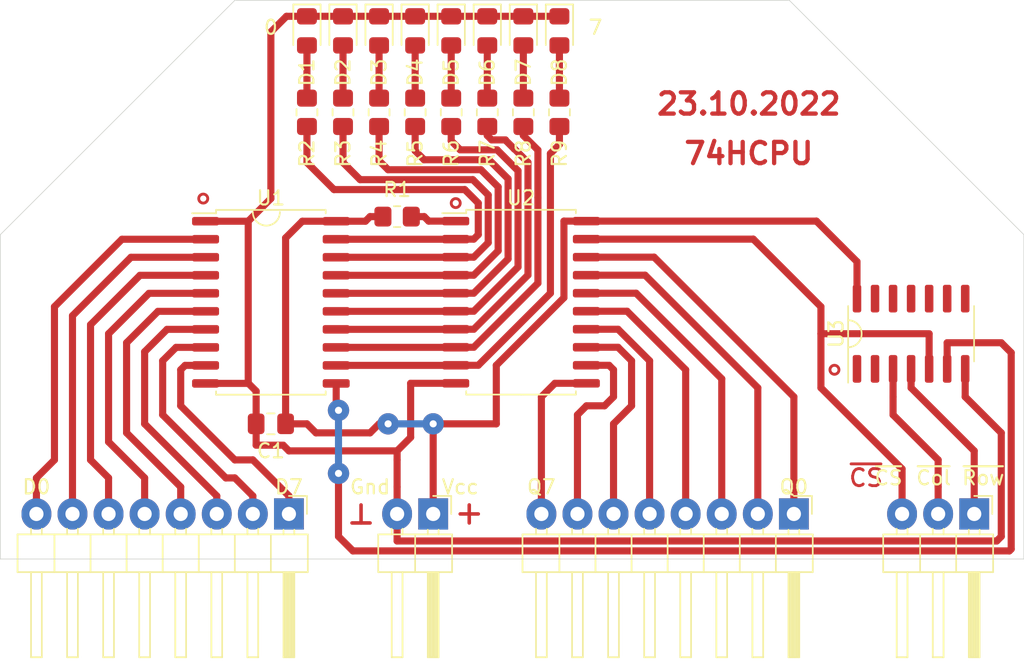
<source format=kicad_pcb>
(kicad_pcb (version 20171130) (host pcbnew "(5.1.8)-1")

  (general
    (thickness 1.6)
    (drawings 25)
    (tracks 242)
    (zones 0)
    (modules 25)
    (nets 40)
  )

  (page A4 portrait)
  (layers
    (0 F.Cu signal)
    (31 B.Cu signal)
    (32 B.Adhes user)
    (33 F.Adhes user)
    (34 B.Paste user)
    (35 F.Paste user)
    (36 B.SilkS user)
    (37 F.SilkS user)
    (38 B.Mask user)
    (39 F.Mask user)
    (40 Dwgs.User user)
    (41 Cmts.User user)
    (42 Eco1.User user)
    (43 Eco2.User user)
    (44 Edge.Cuts user)
    (45 Margin user)
    (46 B.CrtYd user)
    (47 F.CrtYd user)
    (48 B.Fab user)
    (49 F.Fab user)
  )

  (setup
    (last_trace_width 0.5)
    (user_trace_width 0.5)
    (user_trace_width 0.6)
    (trace_clearance 0.2)
    (zone_clearance 0.508)
    (zone_45_only no)
    (trace_min 0.2)
    (via_size 0.8)
    (via_drill 0.4)
    (via_min_size 0.4)
    (via_min_drill 0.3)
    (user_via 1.5 0.5)
    (uvia_size 0.3)
    (uvia_drill 0.1)
    (uvias_allowed no)
    (uvia_min_size 0.2)
    (uvia_min_drill 0.1)
    (edge_width 0.05)
    (segment_width 0.2)
    (pcb_text_width 0.3)
    (pcb_text_size 1.5 1.5)
    (mod_edge_width 0.12)
    (mod_text_size 1 1)
    (mod_text_width 0.15)
    (pad_size 1.524 1.524)
    (pad_drill 0.762)
    (pad_to_mask_clearance 0)
    (aux_axis_origin 0 0)
    (visible_elements 7FFFFFFF)
    (pcbplotparams
      (layerselection 0x00000_7fffffff)
      (usegerberextensions false)
      (usegerberattributes true)
      (usegerberadvancedattributes true)
      (creategerberjobfile true)
      (excludeedgelayer true)
      (linewidth 0.100000)
      (plotframeref false)
      (viasonmask false)
      (mode 1)
      (useauxorigin false)
      (hpglpennumber 1)
      (hpglpenspeed 20)
      (hpglpendiameter 15.000000)
      (psnegative true)
      (psa4output false)
      (plotreference true)
      (plotvalue true)
      (plotinvisibletext false)
      (padsonsilk false)
      (subtractmaskfromsilk false)
      (outputformat 4)
      (mirror true)
      (drillshape 1)
      (scaleselection 1)
      (outputdirectory "pdf/"))
  )

  (net 0 "")
  (net 1 VCC)
  (net 2 GND)
  (net 3 /D7)
  (net 4 /D6)
  (net 5 /D5)
  (net 6 /D4)
  (net 7 /D3)
  (net 8 /D2)
  (net 9 /D1)
  (net 10 /D0)
  (net 11 /Q0)
  (net 12 /Q1)
  (net 13 /Q2)
  (net 14 /Q3)
  (net 15 /Q4)
  (net 16 /Q5)
  (net 17 /Q6)
  (net 18 /Q7)
  (net 19 "Net-(U1-Pad11)")
  (net 20 /~Row)
  (net 21 /~Col)
  (net 22 /~CS)
  (net 23 "Net-(D1-Pad2)")
  (net 24 "Net-(D2-Pad2)")
  (net 25 "Net-(D3-Pad2)")
  (net 26 "Net-(D4-Pad2)")
  (net 27 "Net-(D5-Pad2)")
  (net 28 "Net-(D6-Pad2)")
  (net 29 "Net-(D7-Pad2)")
  (net 30 "Net-(D8-Pad2)")
  (net 31 "Net-(R1-Pad1)")
  (net 32 /L0)
  (net 33 /L1)
  (net 34 /L2)
  (net 35 /L3)
  (net 36 /L4)
  (net 37 /L5)
  (net 38 /L6)
  (net 39 /L7)

  (net_class Default "This is the default net class."
    (clearance 0.2)
    (trace_width 0.25)
    (via_dia 0.8)
    (via_drill 0.4)
    (uvia_dia 0.3)
    (uvia_drill 0.1)
    (add_net /D0)
    (add_net /D1)
    (add_net /D2)
    (add_net /D3)
    (add_net /D4)
    (add_net /D5)
    (add_net /D6)
    (add_net /D7)
    (add_net /L0)
    (add_net /L1)
    (add_net /L2)
    (add_net /L3)
    (add_net /L4)
    (add_net /L5)
    (add_net /L6)
    (add_net /L7)
    (add_net /Q0)
    (add_net /Q1)
    (add_net /Q2)
    (add_net /Q3)
    (add_net /Q4)
    (add_net /Q5)
    (add_net /Q6)
    (add_net /Q7)
    (add_net /~CS)
    (add_net /~Col)
    (add_net /~Row)
    (add_net GND)
    (add_net "Net-(D1-Pad2)")
    (add_net "Net-(D2-Pad2)")
    (add_net "Net-(D3-Pad2)")
    (add_net "Net-(D4-Pad2)")
    (add_net "Net-(D5-Pad2)")
    (add_net "Net-(D6-Pad2)")
    (add_net "Net-(D7-Pad2)")
    (add_net "Net-(D8-Pad2)")
    (add_net "Net-(R1-Pad1)")
    (add_net "Net-(U1-Pad11)")
    (add_net VCC)
  )

  (module Resistor_SMD:R_0805_2012Metric_Pad1.20x1.40mm_HandSolder (layer F.Cu) (tedit 5F68FEEE) (tstamp 63558288)
    (at 90.17 25.035 90)
    (descr "Resistor SMD 0805 (2012 Metric), square (rectangular) end terminal, IPC_7351 nominal with elongated pad for handsoldering. (Body size source: IPC-SM-782 page 72, https://www.pcb-3d.com/wordpress/wp-content/uploads/ipc-sm-782a_amendment_1_and_2.pdf), generated with kicad-footprint-generator")
    (tags "resistor handsolder")
    (path /6357BAE6)
    (attr smd)
    (fp_text reference R9 (at -2.905 0 90) (layer F.SilkS)
      (effects (font (size 1 1) (thickness 0.15)))
    )
    (fp_text value 1k (at 0 1.65 90) (layer F.Fab)
      (effects (font (size 1 1) (thickness 0.15)))
    )
    (fp_text user %R (at 0 0 90) (layer F.Fab)
      (effects (font (size 0.5 0.5) (thickness 0.08)))
    )
    (fp_line (start -1 0.625) (end -1 -0.625) (layer F.Fab) (width 0.1))
    (fp_line (start -1 -0.625) (end 1 -0.625) (layer F.Fab) (width 0.1))
    (fp_line (start 1 -0.625) (end 1 0.625) (layer F.Fab) (width 0.1))
    (fp_line (start 1 0.625) (end -1 0.625) (layer F.Fab) (width 0.1))
    (fp_line (start -0.227064 -0.735) (end 0.227064 -0.735) (layer F.SilkS) (width 0.12))
    (fp_line (start -0.227064 0.735) (end 0.227064 0.735) (layer F.SilkS) (width 0.12))
    (fp_line (start -1.85 0.95) (end -1.85 -0.95) (layer F.CrtYd) (width 0.05))
    (fp_line (start -1.85 -0.95) (end 1.85 -0.95) (layer F.CrtYd) (width 0.05))
    (fp_line (start 1.85 -0.95) (end 1.85 0.95) (layer F.CrtYd) (width 0.05))
    (fp_line (start 1.85 0.95) (end -1.85 0.95) (layer F.CrtYd) (width 0.05))
    (pad 2 smd roundrect (at 1 0 90) (size 1.2 1.4) (layers F.Cu F.Paste F.Mask) (roundrect_rratio 0.208333)
      (net 30 "Net-(D8-Pad2)"))
    (pad 1 smd roundrect (at -1 0 90) (size 1.2 1.4) (layers F.Cu F.Paste F.Mask) (roundrect_rratio 0.208333)
      (net 39 /L7))
    (model ${KISYS3DMOD}/Resistor_SMD.3dshapes/R_0805_2012Metric.wrl
      (at (xyz 0 0 0))
      (scale (xyz 1 1 1))
      (rotate (xyz 0 0 0))
    )
  )

  (module Resistor_SMD:R_0805_2012Metric_Pad1.20x1.40mm_HandSolder (layer F.Cu) (tedit 5F68FEEE) (tstamp 63558277)
    (at 87.63 25.035 90)
    (descr "Resistor SMD 0805 (2012 Metric), square (rectangular) end terminal, IPC_7351 nominal with elongated pad for handsoldering. (Body size source: IPC-SM-782 page 72, https://www.pcb-3d.com/wordpress/wp-content/uploads/ipc-sm-782a_amendment_1_and_2.pdf), generated with kicad-footprint-generator")
    (tags "resistor handsolder")
    (path /6357BAD4)
    (attr smd)
    (fp_text reference R8 (at -2.905 0 90) (layer F.SilkS)
      (effects (font (size 1 1) (thickness 0.15)))
    )
    (fp_text value 1k (at 0 1.65 90) (layer F.Fab)
      (effects (font (size 1 1) (thickness 0.15)))
    )
    (fp_text user %R (at 0 0 90) (layer F.Fab)
      (effects (font (size 0.5 0.5) (thickness 0.08)))
    )
    (fp_line (start -1 0.625) (end -1 -0.625) (layer F.Fab) (width 0.1))
    (fp_line (start -1 -0.625) (end 1 -0.625) (layer F.Fab) (width 0.1))
    (fp_line (start 1 -0.625) (end 1 0.625) (layer F.Fab) (width 0.1))
    (fp_line (start 1 0.625) (end -1 0.625) (layer F.Fab) (width 0.1))
    (fp_line (start -0.227064 -0.735) (end 0.227064 -0.735) (layer F.SilkS) (width 0.12))
    (fp_line (start -0.227064 0.735) (end 0.227064 0.735) (layer F.SilkS) (width 0.12))
    (fp_line (start -1.85 0.95) (end -1.85 -0.95) (layer F.CrtYd) (width 0.05))
    (fp_line (start -1.85 -0.95) (end 1.85 -0.95) (layer F.CrtYd) (width 0.05))
    (fp_line (start 1.85 -0.95) (end 1.85 0.95) (layer F.CrtYd) (width 0.05))
    (fp_line (start 1.85 0.95) (end -1.85 0.95) (layer F.CrtYd) (width 0.05))
    (pad 2 smd roundrect (at 1 0 90) (size 1.2 1.4) (layers F.Cu F.Paste F.Mask) (roundrect_rratio 0.208333)
      (net 29 "Net-(D7-Pad2)"))
    (pad 1 smd roundrect (at -1 0 90) (size 1.2 1.4) (layers F.Cu F.Paste F.Mask) (roundrect_rratio 0.208333)
      (net 38 /L6))
    (model ${KISYS3DMOD}/Resistor_SMD.3dshapes/R_0805_2012Metric.wrl
      (at (xyz 0 0 0))
      (scale (xyz 1 1 1))
      (rotate (xyz 0 0 0))
    )
  )

  (module Resistor_SMD:R_0805_2012Metric_Pad1.20x1.40mm_HandSolder (layer F.Cu) (tedit 5F68FEEE) (tstamp 63558266)
    (at 85.09 25.035 90)
    (descr "Resistor SMD 0805 (2012 Metric), square (rectangular) end terminal, IPC_7351 nominal with elongated pad for handsoldering. (Body size source: IPC-SM-782 page 72, https://www.pcb-3d.com/wordpress/wp-content/uploads/ipc-sm-782a_amendment_1_and_2.pdf), generated with kicad-footprint-generator")
    (tags "resistor handsolder")
    (path /6357BAC2)
    (attr smd)
    (fp_text reference R7 (at -2.905 0 90) (layer F.SilkS)
      (effects (font (size 1 1) (thickness 0.15)))
    )
    (fp_text value 1k (at 0 1.65 90) (layer F.Fab)
      (effects (font (size 1 1) (thickness 0.15)))
    )
    (fp_text user %R (at 0 0 90) (layer F.Fab)
      (effects (font (size 0.5 0.5) (thickness 0.08)))
    )
    (fp_line (start -1 0.625) (end -1 -0.625) (layer F.Fab) (width 0.1))
    (fp_line (start -1 -0.625) (end 1 -0.625) (layer F.Fab) (width 0.1))
    (fp_line (start 1 -0.625) (end 1 0.625) (layer F.Fab) (width 0.1))
    (fp_line (start 1 0.625) (end -1 0.625) (layer F.Fab) (width 0.1))
    (fp_line (start -0.227064 -0.735) (end 0.227064 -0.735) (layer F.SilkS) (width 0.12))
    (fp_line (start -0.227064 0.735) (end 0.227064 0.735) (layer F.SilkS) (width 0.12))
    (fp_line (start -1.85 0.95) (end -1.85 -0.95) (layer F.CrtYd) (width 0.05))
    (fp_line (start -1.85 -0.95) (end 1.85 -0.95) (layer F.CrtYd) (width 0.05))
    (fp_line (start 1.85 -0.95) (end 1.85 0.95) (layer F.CrtYd) (width 0.05))
    (fp_line (start 1.85 0.95) (end -1.85 0.95) (layer F.CrtYd) (width 0.05))
    (pad 2 smd roundrect (at 1 0 90) (size 1.2 1.4) (layers F.Cu F.Paste F.Mask) (roundrect_rratio 0.208333)
      (net 28 "Net-(D6-Pad2)"))
    (pad 1 smd roundrect (at -1 0 90) (size 1.2 1.4) (layers F.Cu F.Paste F.Mask) (roundrect_rratio 0.208333)
      (net 37 /L5))
    (model ${KISYS3DMOD}/Resistor_SMD.3dshapes/R_0805_2012Metric.wrl
      (at (xyz 0 0 0))
      (scale (xyz 1 1 1))
      (rotate (xyz 0 0 0))
    )
  )

  (module Resistor_SMD:R_0805_2012Metric_Pad1.20x1.40mm_HandSolder (layer F.Cu) (tedit 5F68FEEE) (tstamp 63558255)
    (at 82.55 25.035 90)
    (descr "Resistor SMD 0805 (2012 Metric), square (rectangular) end terminal, IPC_7351 nominal with elongated pad for handsoldering. (Body size source: IPC-SM-782 page 72, https://www.pcb-3d.com/wordpress/wp-content/uploads/ipc-sm-782a_amendment_1_and_2.pdf), generated with kicad-footprint-generator")
    (tags "resistor handsolder")
    (path /6357BAB0)
    (attr smd)
    (fp_text reference R6 (at -2.905 0 90) (layer F.SilkS)
      (effects (font (size 1 1) (thickness 0.15)))
    )
    (fp_text value 1k (at 0 1.65 90) (layer F.Fab)
      (effects (font (size 1 1) (thickness 0.15)))
    )
    (fp_text user %R (at 0 0 90) (layer F.Fab)
      (effects (font (size 0.5 0.5) (thickness 0.08)))
    )
    (fp_line (start -1 0.625) (end -1 -0.625) (layer F.Fab) (width 0.1))
    (fp_line (start -1 -0.625) (end 1 -0.625) (layer F.Fab) (width 0.1))
    (fp_line (start 1 -0.625) (end 1 0.625) (layer F.Fab) (width 0.1))
    (fp_line (start 1 0.625) (end -1 0.625) (layer F.Fab) (width 0.1))
    (fp_line (start -0.227064 -0.735) (end 0.227064 -0.735) (layer F.SilkS) (width 0.12))
    (fp_line (start -0.227064 0.735) (end 0.227064 0.735) (layer F.SilkS) (width 0.12))
    (fp_line (start -1.85 0.95) (end -1.85 -0.95) (layer F.CrtYd) (width 0.05))
    (fp_line (start -1.85 -0.95) (end 1.85 -0.95) (layer F.CrtYd) (width 0.05))
    (fp_line (start 1.85 -0.95) (end 1.85 0.95) (layer F.CrtYd) (width 0.05))
    (fp_line (start 1.85 0.95) (end -1.85 0.95) (layer F.CrtYd) (width 0.05))
    (pad 2 smd roundrect (at 1 0 90) (size 1.2 1.4) (layers F.Cu F.Paste F.Mask) (roundrect_rratio 0.208333)
      (net 27 "Net-(D5-Pad2)"))
    (pad 1 smd roundrect (at -1 0 90) (size 1.2 1.4) (layers F.Cu F.Paste F.Mask) (roundrect_rratio 0.208333)
      (net 36 /L4))
    (model ${KISYS3DMOD}/Resistor_SMD.3dshapes/R_0805_2012Metric.wrl
      (at (xyz 0 0 0))
      (scale (xyz 1 1 1))
      (rotate (xyz 0 0 0))
    )
  )

  (module Resistor_SMD:R_0805_2012Metric_Pad1.20x1.40mm_HandSolder (layer F.Cu) (tedit 5F68FEEE) (tstamp 63558244)
    (at 80.01 25.035 90)
    (descr "Resistor SMD 0805 (2012 Metric), square (rectangular) end terminal, IPC_7351 nominal with elongated pad for handsoldering. (Body size source: IPC-SM-782 page 72, https://www.pcb-3d.com/wordpress/wp-content/uploads/ipc-sm-782a_amendment_1_and_2.pdf), generated with kicad-footprint-generator")
    (tags "resistor handsolder")
    (path /63577066)
    (attr smd)
    (fp_text reference R5 (at -2.905 0 90) (layer F.SilkS)
      (effects (font (size 1 1) (thickness 0.15)))
    )
    (fp_text value 1k (at 0 1.65 90) (layer F.Fab)
      (effects (font (size 1 1) (thickness 0.15)))
    )
    (fp_text user %R (at 0 0 90) (layer F.Fab)
      (effects (font (size 0.5 0.5) (thickness 0.08)))
    )
    (fp_line (start -1 0.625) (end -1 -0.625) (layer F.Fab) (width 0.1))
    (fp_line (start -1 -0.625) (end 1 -0.625) (layer F.Fab) (width 0.1))
    (fp_line (start 1 -0.625) (end 1 0.625) (layer F.Fab) (width 0.1))
    (fp_line (start 1 0.625) (end -1 0.625) (layer F.Fab) (width 0.1))
    (fp_line (start -0.227064 -0.735) (end 0.227064 -0.735) (layer F.SilkS) (width 0.12))
    (fp_line (start -0.227064 0.735) (end 0.227064 0.735) (layer F.SilkS) (width 0.12))
    (fp_line (start -1.85 0.95) (end -1.85 -0.95) (layer F.CrtYd) (width 0.05))
    (fp_line (start -1.85 -0.95) (end 1.85 -0.95) (layer F.CrtYd) (width 0.05))
    (fp_line (start 1.85 -0.95) (end 1.85 0.95) (layer F.CrtYd) (width 0.05))
    (fp_line (start 1.85 0.95) (end -1.85 0.95) (layer F.CrtYd) (width 0.05))
    (pad 2 smd roundrect (at 1 0 90) (size 1.2 1.4) (layers F.Cu F.Paste F.Mask) (roundrect_rratio 0.208333)
      (net 26 "Net-(D4-Pad2)"))
    (pad 1 smd roundrect (at -1 0 90) (size 1.2 1.4) (layers F.Cu F.Paste F.Mask) (roundrect_rratio 0.208333)
      (net 35 /L3))
    (model ${KISYS3DMOD}/Resistor_SMD.3dshapes/R_0805_2012Metric.wrl
      (at (xyz 0 0 0))
      (scale (xyz 1 1 1))
      (rotate (xyz 0 0 0))
    )
  )

  (module Resistor_SMD:R_0805_2012Metric_Pad1.20x1.40mm_HandSolder (layer F.Cu) (tedit 5F68FEEE) (tstamp 63558233)
    (at 77.47 25.035 90)
    (descr "Resistor SMD 0805 (2012 Metric), square (rectangular) end terminal, IPC_7351 nominal with elongated pad for handsoldering. (Body size source: IPC-SM-782 page 72, https://www.pcb-3d.com/wordpress/wp-content/uploads/ipc-sm-782a_amendment_1_and_2.pdf), generated with kicad-footprint-generator")
    (tags "resistor handsolder")
    (path /635717BE)
    (attr smd)
    (fp_text reference R4 (at -2.905 0 90) (layer F.SilkS)
      (effects (font (size 1 1) (thickness 0.15)))
    )
    (fp_text value 1k (at 0 1.65 90) (layer F.Fab)
      (effects (font (size 1 1) (thickness 0.15)))
    )
    (fp_text user %R (at 0 0 90) (layer F.Fab)
      (effects (font (size 0.5 0.5) (thickness 0.08)))
    )
    (fp_line (start -1 0.625) (end -1 -0.625) (layer F.Fab) (width 0.1))
    (fp_line (start -1 -0.625) (end 1 -0.625) (layer F.Fab) (width 0.1))
    (fp_line (start 1 -0.625) (end 1 0.625) (layer F.Fab) (width 0.1))
    (fp_line (start 1 0.625) (end -1 0.625) (layer F.Fab) (width 0.1))
    (fp_line (start -0.227064 -0.735) (end 0.227064 -0.735) (layer F.SilkS) (width 0.12))
    (fp_line (start -0.227064 0.735) (end 0.227064 0.735) (layer F.SilkS) (width 0.12))
    (fp_line (start -1.85 0.95) (end -1.85 -0.95) (layer F.CrtYd) (width 0.05))
    (fp_line (start -1.85 -0.95) (end 1.85 -0.95) (layer F.CrtYd) (width 0.05))
    (fp_line (start 1.85 -0.95) (end 1.85 0.95) (layer F.CrtYd) (width 0.05))
    (fp_line (start 1.85 0.95) (end -1.85 0.95) (layer F.CrtYd) (width 0.05))
    (pad 2 smd roundrect (at 1 0 90) (size 1.2 1.4) (layers F.Cu F.Paste F.Mask) (roundrect_rratio 0.208333)
      (net 25 "Net-(D3-Pad2)"))
    (pad 1 smd roundrect (at -1 0 90) (size 1.2 1.4) (layers F.Cu F.Paste F.Mask) (roundrect_rratio 0.208333)
      (net 34 /L2))
    (model ${KISYS3DMOD}/Resistor_SMD.3dshapes/R_0805_2012Metric.wrl
      (at (xyz 0 0 0))
      (scale (xyz 1 1 1))
      (rotate (xyz 0 0 0))
    )
  )

  (module Resistor_SMD:R_0805_2012Metric_Pad1.20x1.40mm_HandSolder (layer F.Cu) (tedit 5F68FEEE) (tstamp 63558222)
    (at 74.93 25.035 90)
    (descr "Resistor SMD 0805 (2012 Metric), square (rectangular) end terminal, IPC_7351 nominal with elongated pad for handsoldering. (Body size source: IPC-SM-782 page 72, https://www.pcb-3d.com/wordpress/wp-content/uploads/ipc-sm-782a_amendment_1_and_2.pdf), generated with kicad-footprint-generator")
    (tags "resistor handsolder")
    (path /6357062C)
    (attr smd)
    (fp_text reference R3 (at -2.905 0 90) (layer F.SilkS)
      (effects (font (size 1 1) (thickness 0.15)))
    )
    (fp_text value 1k (at 0 1.65 90) (layer F.Fab)
      (effects (font (size 1 1) (thickness 0.15)))
    )
    (fp_text user %R (at 0 0 90) (layer F.Fab)
      (effects (font (size 0.5 0.5) (thickness 0.08)))
    )
    (fp_line (start -1 0.625) (end -1 -0.625) (layer F.Fab) (width 0.1))
    (fp_line (start -1 -0.625) (end 1 -0.625) (layer F.Fab) (width 0.1))
    (fp_line (start 1 -0.625) (end 1 0.625) (layer F.Fab) (width 0.1))
    (fp_line (start 1 0.625) (end -1 0.625) (layer F.Fab) (width 0.1))
    (fp_line (start -0.227064 -0.735) (end 0.227064 -0.735) (layer F.SilkS) (width 0.12))
    (fp_line (start -0.227064 0.735) (end 0.227064 0.735) (layer F.SilkS) (width 0.12))
    (fp_line (start -1.85 0.95) (end -1.85 -0.95) (layer F.CrtYd) (width 0.05))
    (fp_line (start -1.85 -0.95) (end 1.85 -0.95) (layer F.CrtYd) (width 0.05))
    (fp_line (start 1.85 -0.95) (end 1.85 0.95) (layer F.CrtYd) (width 0.05))
    (fp_line (start 1.85 0.95) (end -1.85 0.95) (layer F.CrtYd) (width 0.05))
    (pad 2 smd roundrect (at 1 0 90) (size 1.2 1.4) (layers F.Cu F.Paste F.Mask) (roundrect_rratio 0.208333)
      (net 24 "Net-(D2-Pad2)"))
    (pad 1 smd roundrect (at -1 0 90) (size 1.2 1.4) (layers F.Cu F.Paste F.Mask) (roundrect_rratio 0.208333)
      (net 33 /L1))
    (model ${KISYS3DMOD}/Resistor_SMD.3dshapes/R_0805_2012Metric.wrl
      (at (xyz 0 0 0))
      (scale (xyz 1 1 1))
      (rotate (xyz 0 0 0))
    )
  )

  (module Resistor_SMD:R_0805_2012Metric_Pad1.20x1.40mm_HandSolder (layer F.Cu) (tedit 5F68FEEE) (tstamp 63558211)
    (at 72.39 25.035 90)
    (descr "Resistor SMD 0805 (2012 Metric), square (rectangular) end terminal, IPC_7351 nominal with elongated pad for handsoldering. (Body size source: IPC-SM-782 page 72, https://www.pcb-3d.com/wordpress/wp-content/uploads/ipc-sm-782a_amendment_1_and_2.pdf), generated with kicad-footprint-generator")
    (tags "resistor handsolder")
    (path /6356A96D)
    (attr smd)
    (fp_text reference R2 (at -2.905 0 90) (layer F.SilkS)
      (effects (font (size 1 1) (thickness 0.15)))
    )
    (fp_text value 1k (at 0 1.65 90) (layer F.Fab)
      (effects (font (size 1 1) (thickness 0.15)))
    )
    (fp_text user %R (at 0 0 90) (layer F.Fab)
      (effects (font (size 0.5 0.5) (thickness 0.08)))
    )
    (fp_line (start -1 0.625) (end -1 -0.625) (layer F.Fab) (width 0.1))
    (fp_line (start -1 -0.625) (end 1 -0.625) (layer F.Fab) (width 0.1))
    (fp_line (start 1 -0.625) (end 1 0.625) (layer F.Fab) (width 0.1))
    (fp_line (start 1 0.625) (end -1 0.625) (layer F.Fab) (width 0.1))
    (fp_line (start -0.227064 -0.735) (end 0.227064 -0.735) (layer F.SilkS) (width 0.12))
    (fp_line (start -0.227064 0.735) (end 0.227064 0.735) (layer F.SilkS) (width 0.12))
    (fp_line (start -1.85 0.95) (end -1.85 -0.95) (layer F.CrtYd) (width 0.05))
    (fp_line (start -1.85 -0.95) (end 1.85 -0.95) (layer F.CrtYd) (width 0.05))
    (fp_line (start 1.85 -0.95) (end 1.85 0.95) (layer F.CrtYd) (width 0.05))
    (fp_line (start 1.85 0.95) (end -1.85 0.95) (layer F.CrtYd) (width 0.05))
    (pad 2 smd roundrect (at 1 0 90) (size 1.2 1.4) (layers F.Cu F.Paste F.Mask) (roundrect_rratio 0.208333)
      (net 23 "Net-(D1-Pad2)"))
    (pad 1 smd roundrect (at -1 0 90) (size 1.2 1.4) (layers F.Cu F.Paste F.Mask) (roundrect_rratio 0.208333)
      (net 32 /L0))
    (model ${KISYS3DMOD}/Resistor_SMD.3dshapes/R_0805_2012Metric.wrl
      (at (xyz 0 0 0))
      (scale (xyz 1 1 1))
      (rotate (xyz 0 0 0))
    )
  )

  (module Resistor_SMD:R_0805_2012Metric_Pad1.20x1.40mm_HandSolder (layer F.Cu) (tedit 5F68FEEE) (tstamp 63558200)
    (at 78.74 32.385 180)
    (descr "Resistor SMD 0805 (2012 Metric), square (rectangular) end terminal, IPC_7351 nominal with elongated pad for handsoldering. (Body size source: IPC-SM-782 page 72, https://www.pcb-3d.com/wordpress/wp-content/uploads/ipc-sm-782a_amendment_1_and_2.pdf), generated with kicad-footprint-generator")
    (tags "resistor handsolder")
    (path /635595B9)
    (attr smd)
    (fp_text reference R1 (at 0 1.905) (layer F.SilkS)
      (effects (font (size 1 1) (thickness 0.15)))
    )
    (fp_text value 10k (at 0 1.65) (layer F.Fab)
      (effects (font (size 1 1) (thickness 0.15)))
    )
    (fp_text user %R (at 0 0) (layer F.Fab)
      (effects (font (size 0.5 0.5) (thickness 0.08)))
    )
    (fp_line (start -1 0.625) (end -1 -0.625) (layer F.Fab) (width 0.1))
    (fp_line (start -1 -0.625) (end 1 -0.625) (layer F.Fab) (width 0.1))
    (fp_line (start 1 -0.625) (end 1 0.625) (layer F.Fab) (width 0.1))
    (fp_line (start 1 0.625) (end -1 0.625) (layer F.Fab) (width 0.1))
    (fp_line (start -0.227064 -0.735) (end 0.227064 -0.735) (layer F.SilkS) (width 0.12))
    (fp_line (start -0.227064 0.735) (end 0.227064 0.735) (layer F.SilkS) (width 0.12))
    (fp_line (start -1.85 0.95) (end -1.85 -0.95) (layer F.CrtYd) (width 0.05))
    (fp_line (start -1.85 -0.95) (end 1.85 -0.95) (layer F.CrtYd) (width 0.05))
    (fp_line (start 1.85 -0.95) (end 1.85 0.95) (layer F.CrtYd) (width 0.05))
    (fp_line (start 1.85 0.95) (end -1.85 0.95) (layer F.CrtYd) (width 0.05))
    (pad 2 smd roundrect (at 1 0 180) (size 1.2 1.4) (layers F.Cu F.Paste F.Mask) (roundrect_rratio 0.208333)
      (net 1 VCC))
    (pad 1 smd roundrect (at -1 0 180) (size 1.2 1.4) (layers F.Cu F.Paste F.Mask) (roundrect_rratio 0.208333)
      (net 31 "Net-(R1-Pad1)"))
    (model ${KISYS3DMOD}/Resistor_SMD.3dshapes/R_0805_2012Metric.wrl
      (at (xyz 0 0 0))
      (scale (xyz 1 1 1))
      (rotate (xyz 0 0 0))
    )
  )

  (module LED_SMD:LED_0805_2012Metric_Pad1.15x1.40mm_HandSolder (layer F.Cu) (tedit 5F68FEF1) (tstamp 63557F0D)
    (at 90.17 19.295 270)
    (descr "LED SMD 0805 (2012 Metric), square (rectangular) end terminal, IPC_7351 nominal, (Body size source: https://docs.google.com/spreadsheets/d/1BsfQQcO9C6DZCsRaXUlFlo91Tg2WpOkGARC1WS5S8t0/edit?usp=sharing), generated with kicad-footprint-generator")
    (tags "LED handsolder")
    (path /6357BAEC)
    (attr smd)
    (fp_text reference D8 (at 2.93 0 90) (layer F.SilkS)
      (effects (font (size 1 1) (thickness 0.15)))
    )
    (fp_text value LED (at 0 1.65 90) (layer F.Fab)
      (effects (font (size 1 1) (thickness 0.15)))
    )
    (fp_text user %R (at 0 0 90) (layer F.Fab)
      (effects (font (size 0.5 0.5) (thickness 0.08)))
    )
    (fp_line (start 1 -0.6) (end -0.7 -0.6) (layer F.Fab) (width 0.1))
    (fp_line (start -0.7 -0.6) (end -1 -0.3) (layer F.Fab) (width 0.1))
    (fp_line (start -1 -0.3) (end -1 0.6) (layer F.Fab) (width 0.1))
    (fp_line (start -1 0.6) (end 1 0.6) (layer F.Fab) (width 0.1))
    (fp_line (start 1 0.6) (end 1 -0.6) (layer F.Fab) (width 0.1))
    (fp_line (start 1 -0.96) (end -1.86 -0.96) (layer F.SilkS) (width 0.12))
    (fp_line (start -1.86 -0.96) (end -1.86 0.96) (layer F.SilkS) (width 0.12))
    (fp_line (start -1.86 0.96) (end 1 0.96) (layer F.SilkS) (width 0.12))
    (fp_line (start -1.85 0.95) (end -1.85 -0.95) (layer F.CrtYd) (width 0.05))
    (fp_line (start -1.85 -0.95) (end 1.85 -0.95) (layer F.CrtYd) (width 0.05))
    (fp_line (start 1.85 -0.95) (end 1.85 0.95) (layer F.CrtYd) (width 0.05))
    (fp_line (start 1.85 0.95) (end -1.85 0.95) (layer F.CrtYd) (width 0.05))
    (pad 2 smd roundrect (at 1.025 0 270) (size 1.15 1.4) (layers F.Cu F.Paste F.Mask) (roundrect_rratio 0.217391)
      (net 30 "Net-(D8-Pad2)"))
    (pad 1 smd roundrect (at -1.025 0 270) (size 1.15 1.4) (layers F.Cu F.Paste F.Mask) (roundrect_rratio 0.217391)
      (net 2 GND))
    (model ${KISYS3DMOD}/LED_SMD.3dshapes/LED_0805_2012Metric.wrl
      (at (xyz 0 0 0))
      (scale (xyz 1 1 1))
      (rotate (xyz 0 0 0))
    )
  )

  (module LED_SMD:LED_0805_2012Metric_Pad1.15x1.40mm_HandSolder (layer F.Cu) (tedit 5F68FEF1) (tstamp 63557EFA)
    (at 87.63 19.295 270)
    (descr "LED SMD 0805 (2012 Metric), square (rectangular) end terminal, IPC_7351 nominal, (Body size source: https://docs.google.com/spreadsheets/d/1BsfQQcO9C6DZCsRaXUlFlo91Tg2WpOkGARC1WS5S8t0/edit?usp=sharing), generated with kicad-footprint-generator")
    (tags "LED handsolder")
    (path /6357BADA)
    (attr smd)
    (fp_text reference D7 (at 2.93 0 90) (layer F.SilkS)
      (effects (font (size 1 1) (thickness 0.15)))
    )
    (fp_text value LED (at 0 1.65 90) (layer F.Fab)
      (effects (font (size 1 1) (thickness 0.15)))
    )
    (fp_text user %R (at 0 0 90) (layer F.Fab)
      (effects (font (size 0.5 0.5) (thickness 0.08)))
    )
    (fp_line (start 1 -0.6) (end -0.7 -0.6) (layer F.Fab) (width 0.1))
    (fp_line (start -0.7 -0.6) (end -1 -0.3) (layer F.Fab) (width 0.1))
    (fp_line (start -1 -0.3) (end -1 0.6) (layer F.Fab) (width 0.1))
    (fp_line (start -1 0.6) (end 1 0.6) (layer F.Fab) (width 0.1))
    (fp_line (start 1 0.6) (end 1 -0.6) (layer F.Fab) (width 0.1))
    (fp_line (start 1 -0.96) (end -1.86 -0.96) (layer F.SilkS) (width 0.12))
    (fp_line (start -1.86 -0.96) (end -1.86 0.96) (layer F.SilkS) (width 0.12))
    (fp_line (start -1.86 0.96) (end 1 0.96) (layer F.SilkS) (width 0.12))
    (fp_line (start -1.85 0.95) (end -1.85 -0.95) (layer F.CrtYd) (width 0.05))
    (fp_line (start -1.85 -0.95) (end 1.85 -0.95) (layer F.CrtYd) (width 0.05))
    (fp_line (start 1.85 -0.95) (end 1.85 0.95) (layer F.CrtYd) (width 0.05))
    (fp_line (start 1.85 0.95) (end -1.85 0.95) (layer F.CrtYd) (width 0.05))
    (pad 2 smd roundrect (at 1.025 0 270) (size 1.15 1.4) (layers F.Cu F.Paste F.Mask) (roundrect_rratio 0.217391)
      (net 29 "Net-(D7-Pad2)"))
    (pad 1 smd roundrect (at -1.025 0 270) (size 1.15 1.4) (layers F.Cu F.Paste F.Mask) (roundrect_rratio 0.217391)
      (net 2 GND))
    (model ${KISYS3DMOD}/LED_SMD.3dshapes/LED_0805_2012Metric.wrl
      (at (xyz 0 0 0))
      (scale (xyz 1 1 1))
      (rotate (xyz 0 0 0))
    )
  )

  (module LED_SMD:LED_0805_2012Metric_Pad1.15x1.40mm_HandSolder (layer F.Cu) (tedit 5F68FEF1) (tstamp 63557EE7)
    (at 85.09 19.295 270)
    (descr "LED SMD 0805 (2012 Metric), square (rectangular) end terminal, IPC_7351 nominal, (Body size source: https://docs.google.com/spreadsheets/d/1BsfQQcO9C6DZCsRaXUlFlo91Tg2WpOkGARC1WS5S8t0/edit?usp=sharing), generated with kicad-footprint-generator")
    (tags "LED handsolder")
    (path /6357BAC8)
    (attr smd)
    (fp_text reference D6 (at 2.93 0 90) (layer F.SilkS)
      (effects (font (size 1 1) (thickness 0.15)))
    )
    (fp_text value LED (at 0 1.65 90) (layer F.Fab)
      (effects (font (size 1 1) (thickness 0.15)))
    )
    (fp_text user %R (at 0 0 90) (layer F.Fab)
      (effects (font (size 0.5 0.5) (thickness 0.08)))
    )
    (fp_line (start 1 -0.6) (end -0.7 -0.6) (layer F.Fab) (width 0.1))
    (fp_line (start -0.7 -0.6) (end -1 -0.3) (layer F.Fab) (width 0.1))
    (fp_line (start -1 -0.3) (end -1 0.6) (layer F.Fab) (width 0.1))
    (fp_line (start -1 0.6) (end 1 0.6) (layer F.Fab) (width 0.1))
    (fp_line (start 1 0.6) (end 1 -0.6) (layer F.Fab) (width 0.1))
    (fp_line (start 1 -0.96) (end -1.86 -0.96) (layer F.SilkS) (width 0.12))
    (fp_line (start -1.86 -0.96) (end -1.86 0.96) (layer F.SilkS) (width 0.12))
    (fp_line (start -1.86 0.96) (end 1 0.96) (layer F.SilkS) (width 0.12))
    (fp_line (start -1.85 0.95) (end -1.85 -0.95) (layer F.CrtYd) (width 0.05))
    (fp_line (start -1.85 -0.95) (end 1.85 -0.95) (layer F.CrtYd) (width 0.05))
    (fp_line (start 1.85 -0.95) (end 1.85 0.95) (layer F.CrtYd) (width 0.05))
    (fp_line (start 1.85 0.95) (end -1.85 0.95) (layer F.CrtYd) (width 0.05))
    (pad 2 smd roundrect (at 1.025 0 270) (size 1.15 1.4) (layers F.Cu F.Paste F.Mask) (roundrect_rratio 0.217391)
      (net 28 "Net-(D6-Pad2)"))
    (pad 1 smd roundrect (at -1.025 0 270) (size 1.15 1.4) (layers F.Cu F.Paste F.Mask) (roundrect_rratio 0.217391)
      (net 2 GND))
    (model ${KISYS3DMOD}/LED_SMD.3dshapes/LED_0805_2012Metric.wrl
      (at (xyz 0 0 0))
      (scale (xyz 1 1 1))
      (rotate (xyz 0 0 0))
    )
  )

  (module LED_SMD:LED_0805_2012Metric_Pad1.15x1.40mm_HandSolder (layer F.Cu) (tedit 5F68FEF1) (tstamp 63557ED4)
    (at 82.55 19.295 270)
    (descr "LED SMD 0805 (2012 Metric), square (rectangular) end terminal, IPC_7351 nominal, (Body size source: https://docs.google.com/spreadsheets/d/1BsfQQcO9C6DZCsRaXUlFlo91Tg2WpOkGARC1WS5S8t0/edit?usp=sharing), generated with kicad-footprint-generator")
    (tags "LED handsolder")
    (path /6357BAB6)
    (attr smd)
    (fp_text reference D5 (at 2.93 0 90) (layer F.SilkS)
      (effects (font (size 1 1) (thickness 0.15)))
    )
    (fp_text value LED (at 0 1.65 90) (layer F.Fab)
      (effects (font (size 1 1) (thickness 0.15)))
    )
    (fp_text user %R (at 0 0 90) (layer F.Fab)
      (effects (font (size 0.5 0.5) (thickness 0.08)))
    )
    (fp_line (start 1 -0.6) (end -0.7 -0.6) (layer F.Fab) (width 0.1))
    (fp_line (start -0.7 -0.6) (end -1 -0.3) (layer F.Fab) (width 0.1))
    (fp_line (start -1 -0.3) (end -1 0.6) (layer F.Fab) (width 0.1))
    (fp_line (start -1 0.6) (end 1 0.6) (layer F.Fab) (width 0.1))
    (fp_line (start 1 0.6) (end 1 -0.6) (layer F.Fab) (width 0.1))
    (fp_line (start 1 -0.96) (end -1.86 -0.96) (layer F.SilkS) (width 0.12))
    (fp_line (start -1.86 -0.96) (end -1.86 0.96) (layer F.SilkS) (width 0.12))
    (fp_line (start -1.86 0.96) (end 1 0.96) (layer F.SilkS) (width 0.12))
    (fp_line (start -1.85 0.95) (end -1.85 -0.95) (layer F.CrtYd) (width 0.05))
    (fp_line (start -1.85 -0.95) (end 1.85 -0.95) (layer F.CrtYd) (width 0.05))
    (fp_line (start 1.85 -0.95) (end 1.85 0.95) (layer F.CrtYd) (width 0.05))
    (fp_line (start 1.85 0.95) (end -1.85 0.95) (layer F.CrtYd) (width 0.05))
    (pad 2 smd roundrect (at 1.025 0 270) (size 1.15 1.4) (layers F.Cu F.Paste F.Mask) (roundrect_rratio 0.217391)
      (net 27 "Net-(D5-Pad2)"))
    (pad 1 smd roundrect (at -1.025 0 270) (size 1.15 1.4) (layers F.Cu F.Paste F.Mask) (roundrect_rratio 0.217391)
      (net 2 GND))
    (model ${KISYS3DMOD}/LED_SMD.3dshapes/LED_0805_2012Metric.wrl
      (at (xyz 0 0 0))
      (scale (xyz 1 1 1))
      (rotate (xyz 0 0 0))
    )
  )

  (module LED_SMD:LED_0805_2012Metric_Pad1.15x1.40mm_HandSolder (layer F.Cu) (tedit 5F68FEF1) (tstamp 63557EC1)
    (at 80.01 19.295 270)
    (descr "LED SMD 0805 (2012 Metric), square (rectangular) end terminal, IPC_7351 nominal, (Body size source: https://docs.google.com/spreadsheets/d/1BsfQQcO9C6DZCsRaXUlFlo91Tg2WpOkGARC1WS5S8t0/edit?usp=sharing), generated with kicad-footprint-generator")
    (tags "LED handsolder")
    (path /6357706C)
    (attr smd)
    (fp_text reference D4 (at 2.93 0 90) (layer F.SilkS)
      (effects (font (size 1 1) (thickness 0.15)))
    )
    (fp_text value LED (at 0 1.65 90) (layer F.Fab)
      (effects (font (size 1 1) (thickness 0.15)))
    )
    (fp_text user %R (at 0 0 90) (layer F.Fab)
      (effects (font (size 0.5 0.5) (thickness 0.08)))
    )
    (fp_line (start 1 -0.6) (end -0.7 -0.6) (layer F.Fab) (width 0.1))
    (fp_line (start -0.7 -0.6) (end -1 -0.3) (layer F.Fab) (width 0.1))
    (fp_line (start -1 -0.3) (end -1 0.6) (layer F.Fab) (width 0.1))
    (fp_line (start -1 0.6) (end 1 0.6) (layer F.Fab) (width 0.1))
    (fp_line (start 1 0.6) (end 1 -0.6) (layer F.Fab) (width 0.1))
    (fp_line (start 1 -0.96) (end -1.86 -0.96) (layer F.SilkS) (width 0.12))
    (fp_line (start -1.86 -0.96) (end -1.86 0.96) (layer F.SilkS) (width 0.12))
    (fp_line (start -1.86 0.96) (end 1 0.96) (layer F.SilkS) (width 0.12))
    (fp_line (start -1.85 0.95) (end -1.85 -0.95) (layer F.CrtYd) (width 0.05))
    (fp_line (start -1.85 -0.95) (end 1.85 -0.95) (layer F.CrtYd) (width 0.05))
    (fp_line (start 1.85 -0.95) (end 1.85 0.95) (layer F.CrtYd) (width 0.05))
    (fp_line (start 1.85 0.95) (end -1.85 0.95) (layer F.CrtYd) (width 0.05))
    (pad 2 smd roundrect (at 1.025 0 270) (size 1.15 1.4) (layers F.Cu F.Paste F.Mask) (roundrect_rratio 0.217391)
      (net 26 "Net-(D4-Pad2)"))
    (pad 1 smd roundrect (at -1.025 0 270) (size 1.15 1.4) (layers F.Cu F.Paste F.Mask) (roundrect_rratio 0.217391)
      (net 2 GND))
    (model ${KISYS3DMOD}/LED_SMD.3dshapes/LED_0805_2012Metric.wrl
      (at (xyz 0 0 0))
      (scale (xyz 1 1 1))
      (rotate (xyz 0 0 0))
    )
  )

  (module LED_SMD:LED_0805_2012Metric_Pad1.15x1.40mm_HandSolder (layer F.Cu) (tedit 5F68FEF1) (tstamp 63557EAE)
    (at 77.47 19.295 270)
    (descr "LED SMD 0805 (2012 Metric), square (rectangular) end terminal, IPC_7351 nominal, (Body size source: https://docs.google.com/spreadsheets/d/1BsfQQcO9C6DZCsRaXUlFlo91Tg2WpOkGARC1WS5S8t0/edit?usp=sharing), generated with kicad-footprint-generator")
    (tags "LED handsolder")
    (path /635717C4)
    (attr smd)
    (fp_text reference D3 (at 2.93 0 90) (layer F.SilkS)
      (effects (font (size 1 1) (thickness 0.15)))
    )
    (fp_text value LED (at 0 1.65 90) (layer F.Fab)
      (effects (font (size 1 1) (thickness 0.15)))
    )
    (fp_text user %R (at 0 0 90) (layer F.Fab)
      (effects (font (size 0.5 0.5) (thickness 0.08)))
    )
    (fp_line (start 1 -0.6) (end -0.7 -0.6) (layer F.Fab) (width 0.1))
    (fp_line (start -0.7 -0.6) (end -1 -0.3) (layer F.Fab) (width 0.1))
    (fp_line (start -1 -0.3) (end -1 0.6) (layer F.Fab) (width 0.1))
    (fp_line (start -1 0.6) (end 1 0.6) (layer F.Fab) (width 0.1))
    (fp_line (start 1 0.6) (end 1 -0.6) (layer F.Fab) (width 0.1))
    (fp_line (start 1 -0.96) (end -1.86 -0.96) (layer F.SilkS) (width 0.12))
    (fp_line (start -1.86 -0.96) (end -1.86 0.96) (layer F.SilkS) (width 0.12))
    (fp_line (start -1.86 0.96) (end 1 0.96) (layer F.SilkS) (width 0.12))
    (fp_line (start -1.85 0.95) (end -1.85 -0.95) (layer F.CrtYd) (width 0.05))
    (fp_line (start -1.85 -0.95) (end 1.85 -0.95) (layer F.CrtYd) (width 0.05))
    (fp_line (start 1.85 -0.95) (end 1.85 0.95) (layer F.CrtYd) (width 0.05))
    (fp_line (start 1.85 0.95) (end -1.85 0.95) (layer F.CrtYd) (width 0.05))
    (pad 2 smd roundrect (at 1.025 0 270) (size 1.15 1.4) (layers F.Cu F.Paste F.Mask) (roundrect_rratio 0.217391)
      (net 25 "Net-(D3-Pad2)"))
    (pad 1 smd roundrect (at -1.025 0 270) (size 1.15 1.4) (layers F.Cu F.Paste F.Mask) (roundrect_rratio 0.217391)
      (net 2 GND))
    (model ${KISYS3DMOD}/LED_SMD.3dshapes/LED_0805_2012Metric.wrl
      (at (xyz 0 0 0))
      (scale (xyz 1 1 1))
      (rotate (xyz 0 0 0))
    )
  )

  (module LED_SMD:LED_0805_2012Metric_Pad1.15x1.40mm_HandSolder (layer F.Cu) (tedit 5F68FEF1) (tstamp 63557E9B)
    (at 74.93 19.295 270)
    (descr "LED SMD 0805 (2012 Metric), square (rectangular) end terminal, IPC_7351 nominal, (Body size source: https://docs.google.com/spreadsheets/d/1BsfQQcO9C6DZCsRaXUlFlo91Tg2WpOkGARC1WS5S8t0/edit?usp=sharing), generated with kicad-footprint-generator")
    (tags "LED handsolder")
    (path /63570632)
    (attr smd)
    (fp_text reference D2 (at 2.93 0 90) (layer F.SilkS)
      (effects (font (size 1 1) (thickness 0.15)))
    )
    (fp_text value LED (at 0 1.65 90) (layer F.Fab)
      (effects (font (size 1 1) (thickness 0.15)))
    )
    (fp_text user %R (at 0 0 90) (layer F.Fab)
      (effects (font (size 0.5 0.5) (thickness 0.08)))
    )
    (fp_line (start 1 -0.6) (end -0.7 -0.6) (layer F.Fab) (width 0.1))
    (fp_line (start -0.7 -0.6) (end -1 -0.3) (layer F.Fab) (width 0.1))
    (fp_line (start -1 -0.3) (end -1 0.6) (layer F.Fab) (width 0.1))
    (fp_line (start -1 0.6) (end 1 0.6) (layer F.Fab) (width 0.1))
    (fp_line (start 1 0.6) (end 1 -0.6) (layer F.Fab) (width 0.1))
    (fp_line (start 1 -0.96) (end -1.86 -0.96) (layer F.SilkS) (width 0.12))
    (fp_line (start -1.86 -0.96) (end -1.86 0.96) (layer F.SilkS) (width 0.12))
    (fp_line (start -1.86 0.96) (end 1 0.96) (layer F.SilkS) (width 0.12))
    (fp_line (start -1.85 0.95) (end -1.85 -0.95) (layer F.CrtYd) (width 0.05))
    (fp_line (start -1.85 -0.95) (end 1.85 -0.95) (layer F.CrtYd) (width 0.05))
    (fp_line (start 1.85 -0.95) (end 1.85 0.95) (layer F.CrtYd) (width 0.05))
    (fp_line (start 1.85 0.95) (end -1.85 0.95) (layer F.CrtYd) (width 0.05))
    (pad 2 smd roundrect (at 1.025 0 270) (size 1.15 1.4) (layers F.Cu F.Paste F.Mask) (roundrect_rratio 0.217391)
      (net 24 "Net-(D2-Pad2)"))
    (pad 1 smd roundrect (at -1.025 0 270) (size 1.15 1.4) (layers F.Cu F.Paste F.Mask) (roundrect_rratio 0.217391)
      (net 2 GND))
    (model ${KISYS3DMOD}/LED_SMD.3dshapes/LED_0805_2012Metric.wrl
      (at (xyz 0 0 0))
      (scale (xyz 1 1 1))
      (rotate (xyz 0 0 0))
    )
  )

  (module LED_SMD:LED_0805_2012Metric_Pad1.15x1.40mm_HandSolder (layer F.Cu) (tedit 5F68FEF1) (tstamp 63557E88)
    (at 72.39 19.295 270)
    (descr "LED SMD 0805 (2012 Metric), square (rectangular) end terminal, IPC_7351 nominal, (Body size source: https://docs.google.com/spreadsheets/d/1BsfQQcO9C6DZCsRaXUlFlo91Tg2WpOkGARC1WS5S8t0/edit?usp=sharing), generated with kicad-footprint-generator")
    (tags "LED handsolder")
    (path /6356B1AB)
    (attr smd)
    (fp_text reference D1 (at 2.93 0 90) (layer F.SilkS)
      (effects (font (size 1 1) (thickness 0.15)))
    )
    (fp_text value LED (at 0 1.65 90) (layer F.Fab)
      (effects (font (size 1 1) (thickness 0.15)))
    )
    (fp_text user %R (at 0 0 90) (layer F.Fab)
      (effects (font (size 0.5 0.5) (thickness 0.08)))
    )
    (fp_line (start 1 -0.6) (end -0.7 -0.6) (layer F.Fab) (width 0.1))
    (fp_line (start -0.7 -0.6) (end -1 -0.3) (layer F.Fab) (width 0.1))
    (fp_line (start -1 -0.3) (end -1 0.6) (layer F.Fab) (width 0.1))
    (fp_line (start -1 0.6) (end 1 0.6) (layer F.Fab) (width 0.1))
    (fp_line (start 1 0.6) (end 1 -0.6) (layer F.Fab) (width 0.1))
    (fp_line (start 1 -0.96) (end -1.86 -0.96) (layer F.SilkS) (width 0.12))
    (fp_line (start -1.86 -0.96) (end -1.86 0.96) (layer F.SilkS) (width 0.12))
    (fp_line (start -1.86 0.96) (end 1 0.96) (layer F.SilkS) (width 0.12))
    (fp_line (start -1.85 0.95) (end -1.85 -0.95) (layer F.CrtYd) (width 0.05))
    (fp_line (start -1.85 -0.95) (end 1.85 -0.95) (layer F.CrtYd) (width 0.05))
    (fp_line (start 1.85 -0.95) (end 1.85 0.95) (layer F.CrtYd) (width 0.05))
    (fp_line (start 1.85 0.95) (end -1.85 0.95) (layer F.CrtYd) (width 0.05))
    (pad 2 smd roundrect (at 1.025 0 270) (size 1.15 1.4) (layers F.Cu F.Paste F.Mask) (roundrect_rratio 0.217391)
      (net 23 "Net-(D1-Pad2)"))
    (pad 1 smd roundrect (at -1.025 0 270) (size 1.15 1.4) (layers F.Cu F.Paste F.Mask) (roundrect_rratio 0.217391)
      (net 2 GND))
    (model ${KISYS3DMOD}/LED_SMD.3dshapes/LED_0805_2012Metric.wrl
      (at (xyz 0 0 0))
      (scale (xyz 1 1 1))
      (rotate (xyz 0 0 0))
    )
  )

  (module Capacitor_SMD:C_0805_2012Metric_Pad1.18x1.45mm_HandSolder (layer F.Cu) (tedit 5F68FEEF) (tstamp 628D51CF)
    (at 69.85 46.99 180)
    (descr "Capacitor SMD 0805 (2012 Metric), square (rectangular) end terminal, IPC_7351 nominal with elongated pad for handsoldering. (Body size source: IPC-SM-782 page 76, https://www.pcb-3d.com/wordpress/wp-content/uploads/ipc-sm-782a_amendment_1_and_2.pdf, https://docs.google.com/spreadsheets/d/1BsfQQcO9C6DZCsRaXUlFlo91Tg2WpOkGARC1WS5S8t0/edit?usp=sharing), generated with kicad-footprint-generator")
    (tags "capacitor handsolder")
    (path /628F1683)
    (attr smd)
    (fp_text reference C1 (at 0 -1.905) (layer F.SilkS)
      (effects (font (size 1 1) (thickness 0.15)))
    )
    (fp_text value 0.1uF (at 0 1.68) (layer F.Fab)
      (effects (font (size 1 1) (thickness 0.15)))
    )
    (fp_line (start 1.88 0.98) (end -1.88 0.98) (layer F.CrtYd) (width 0.05))
    (fp_line (start 1.88 -0.98) (end 1.88 0.98) (layer F.CrtYd) (width 0.05))
    (fp_line (start -1.88 -0.98) (end 1.88 -0.98) (layer F.CrtYd) (width 0.05))
    (fp_line (start -1.88 0.98) (end -1.88 -0.98) (layer F.CrtYd) (width 0.05))
    (fp_line (start -0.261252 0.735) (end 0.261252 0.735) (layer F.SilkS) (width 0.12))
    (fp_line (start -0.261252 -0.735) (end 0.261252 -0.735) (layer F.SilkS) (width 0.12))
    (fp_line (start 1 0.625) (end -1 0.625) (layer F.Fab) (width 0.1))
    (fp_line (start 1 -0.625) (end 1 0.625) (layer F.Fab) (width 0.1))
    (fp_line (start -1 -0.625) (end 1 -0.625) (layer F.Fab) (width 0.1))
    (fp_line (start -1 0.625) (end -1 -0.625) (layer F.Fab) (width 0.1))
    (fp_text user %R (at 0 0) (layer F.Fab)
      (effects (font (size 0.5 0.5) (thickness 0.08)))
    )
    (pad 1 smd roundrect (at -1.0375 0 180) (size 1.175 1.45) (layers F.Cu F.Paste F.Mask) (roundrect_rratio 0.2127659574468085)
      (net 1 VCC))
    (pad 2 smd roundrect (at 1.0375 0 180) (size 1.175 1.45) (layers F.Cu F.Paste F.Mask) (roundrect_rratio 0.2127659574468085)
      (net 2 GND))
    (model ${KISYS3DMOD}/Capacitor_SMD.3dshapes/C_0805_2012Metric.wrl
      (at (xyz 0 0 0))
      (scale (xyz 1 1 1))
      (rotate (xyz 0 0 0))
    )
  )

  (module Connector_PinHeader_2.54mm:PinHeader_1x08_P2.54mm_Horizontal (layer F.Cu) (tedit 59FED5CB) (tstamp 628D5250)
    (at 71.12 53.34 270)
    (descr "Through hole angled pin header, 1x08, 2.54mm pitch, 6mm pin length, single row")
    (tags "Through hole angled pin header THT 1x08 2.54mm single row")
    (path /628F385A)
    (fp_text reference J1 (at 0 -2.54 90) (layer F.SilkS) hide
      (effects (font (size 1 1) (thickness 0.15)))
    )
    (fp_text value Conn_01x08_Male (at 1.905 9.525 180) (layer F.Fab)
      (effects (font (size 1 1) (thickness 0.15)))
    )
    (fp_line (start 10.55 -1.8) (end -1.8 -1.8) (layer F.CrtYd) (width 0.05))
    (fp_line (start 10.55 19.55) (end 10.55 -1.8) (layer F.CrtYd) (width 0.05))
    (fp_line (start -1.8 19.55) (end 10.55 19.55) (layer F.CrtYd) (width 0.05))
    (fp_line (start -1.8 -1.8) (end -1.8 19.55) (layer F.CrtYd) (width 0.05))
    (fp_line (start -1.27 -1.27) (end 0 -1.27) (layer F.SilkS) (width 0.12))
    (fp_line (start -1.27 0) (end -1.27 -1.27) (layer F.SilkS) (width 0.12))
    (fp_line (start 1.042929 18.16) (end 1.44 18.16) (layer F.SilkS) (width 0.12))
    (fp_line (start 1.042929 17.4) (end 1.44 17.4) (layer F.SilkS) (width 0.12))
    (fp_line (start 10.1 18.16) (end 4.1 18.16) (layer F.SilkS) (width 0.12))
    (fp_line (start 10.1 17.4) (end 10.1 18.16) (layer F.SilkS) (width 0.12))
    (fp_line (start 4.1 17.4) (end 10.1 17.4) (layer F.SilkS) (width 0.12))
    (fp_line (start 1.44 16.51) (end 4.1 16.51) (layer F.SilkS) (width 0.12))
    (fp_line (start 1.042929 15.62) (end 1.44 15.62) (layer F.SilkS) (width 0.12))
    (fp_line (start 1.042929 14.86) (end 1.44 14.86) (layer F.SilkS) (width 0.12))
    (fp_line (start 10.1 15.62) (end 4.1 15.62) (layer F.SilkS) (width 0.12))
    (fp_line (start 10.1 14.86) (end 10.1 15.62) (layer F.SilkS) (width 0.12))
    (fp_line (start 4.1 14.86) (end 10.1 14.86) (layer F.SilkS) (width 0.12))
    (fp_line (start 1.44 13.97) (end 4.1 13.97) (layer F.SilkS) (width 0.12))
    (fp_line (start 1.042929 13.08) (end 1.44 13.08) (layer F.SilkS) (width 0.12))
    (fp_line (start 1.042929 12.32) (end 1.44 12.32) (layer F.SilkS) (width 0.12))
    (fp_line (start 10.1 13.08) (end 4.1 13.08) (layer F.SilkS) (width 0.12))
    (fp_line (start 10.1 12.32) (end 10.1 13.08) (layer F.SilkS) (width 0.12))
    (fp_line (start 4.1 12.32) (end 10.1 12.32) (layer F.SilkS) (width 0.12))
    (fp_line (start 1.44 11.43) (end 4.1 11.43) (layer F.SilkS) (width 0.12))
    (fp_line (start 1.042929 10.54) (end 1.44 10.54) (layer F.SilkS) (width 0.12))
    (fp_line (start 1.042929 9.78) (end 1.44 9.78) (layer F.SilkS) (width 0.12))
    (fp_line (start 10.1 10.54) (end 4.1 10.54) (layer F.SilkS) (width 0.12))
    (fp_line (start 10.1 9.78) (end 10.1 10.54) (layer F.SilkS) (width 0.12))
    (fp_line (start 4.1 9.78) (end 10.1 9.78) (layer F.SilkS) (width 0.12))
    (fp_line (start 1.44 8.89) (end 4.1 8.89) (layer F.SilkS) (width 0.12))
    (fp_line (start 1.042929 8) (end 1.44 8) (layer F.SilkS) (width 0.12))
    (fp_line (start 1.042929 7.24) (end 1.44 7.24) (layer F.SilkS) (width 0.12))
    (fp_line (start 10.1 8) (end 4.1 8) (layer F.SilkS) (width 0.12))
    (fp_line (start 10.1 7.24) (end 10.1 8) (layer F.SilkS) (width 0.12))
    (fp_line (start 4.1 7.24) (end 10.1 7.24) (layer F.SilkS) (width 0.12))
    (fp_line (start 1.44 6.35) (end 4.1 6.35) (layer F.SilkS) (width 0.12))
    (fp_line (start 1.042929 5.46) (end 1.44 5.46) (layer F.SilkS) (width 0.12))
    (fp_line (start 1.042929 4.7) (end 1.44 4.7) (layer F.SilkS) (width 0.12))
    (fp_line (start 10.1 5.46) (end 4.1 5.46) (layer F.SilkS) (width 0.12))
    (fp_line (start 10.1 4.7) (end 10.1 5.46) (layer F.SilkS) (width 0.12))
    (fp_line (start 4.1 4.7) (end 10.1 4.7) (layer F.SilkS) (width 0.12))
    (fp_line (start 1.44 3.81) (end 4.1 3.81) (layer F.SilkS) (width 0.12))
    (fp_line (start 1.042929 2.92) (end 1.44 2.92) (layer F.SilkS) (width 0.12))
    (fp_line (start 1.042929 2.16) (end 1.44 2.16) (layer F.SilkS) (width 0.12))
    (fp_line (start 10.1 2.92) (end 4.1 2.92) (layer F.SilkS) (width 0.12))
    (fp_line (start 10.1 2.16) (end 10.1 2.92) (layer F.SilkS) (width 0.12))
    (fp_line (start 4.1 2.16) (end 10.1 2.16) (layer F.SilkS) (width 0.12))
    (fp_line (start 1.44 1.27) (end 4.1 1.27) (layer F.SilkS) (width 0.12))
    (fp_line (start 1.11 0.38) (end 1.44 0.38) (layer F.SilkS) (width 0.12))
    (fp_line (start 1.11 -0.38) (end 1.44 -0.38) (layer F.SilkS) (width 0.12))
    (fp_line (start 4.1 0.28) (end 10.1 0.28) (layer F.SilkS) (width 0.12))
    (fp_line (start 4.1 0.16) (end 10.1 0.16) (layer F.SilkS) (width 0.12))
    (fp_line (start 4.1 0.04) (end 10.1 0.04) (layer F.SilkS) (width 0.12))
    (fp_line (start 4.1 -0.08) (end 10.1 -0.08) (layer F.SilkS) (width 0.12))
    (fp_line (start 4.1 -0.2) (end 10.1 -0.2) (layer F.SilkS) (width 0.12))
    (fp_line (start 4.1 -0.32) (end 10.1 -0.32) (layer F.SilkS) (width 0.12))
    (fp_line (start 10.1 0.38) (end 4.1 0.38) (layer F.SilkS) (width 0.12))
    (fp_line (start 10.1 -0.38) (end 10.1 0.38) (layer F.SilkS) (width 0.12))
    (fp_line (start 4.1 -0.38) (end 10.1 -0.38) (layer F.SilkS) (width 0.12))
    (fp_line (start 4.1 -1.33) (end 1.44 -1.33) (layer F.SilkS) (width 0.12))
    (fp_line (start 4.1 19.11) (end 4.1 -1.33) (layer F.SilkS) (width 0.12))
    (fp_line (start 1.44 19.11) (end 4.1 19.11) (layer F.SilkS) (width 0.12))
    (fp_line (start 1.44 -1.33) (end 1.44 19.11) (layer F.SilkS) (width 0.12))
    (fp_line (start 4.04 18.1) (end 10.04 18.1) (layer F.Fab) (width 0.1))
    (fp_line (start 10.04 17.46) (end 10.04 18.1) (layer F.Fab) (width 0.1))
    (fp_line (start 4.04 17.46) (end 10.04 17.46) (layer F.Fab) (width 0.1))
    (fp_line (start -0.32 18.1) (end 1.5 18.1) (layer F.Fab) (width 0.1))
    (fp_line (start -0.32 17.46) (end -0.32 18.1) (layer F.Fab) (width 0.1))
    (fp_line (start -0.32 17.46) (end 1.5 17.46) (layer F.Fab) (width 0.1))
    (fp_line (start 4.04 15.56) (end 10.04 15.56) (layer F.Fab) (width 0.1))
    (fp_line (start 10.04 14.92) (end 10.04 15.56) (layer F.Fab) (width 0.1))
    (fp_line (start 4.04 14.92) (end 10.04 14.92) (layer F.Fab) (width 0.1))
    (fp_line (start -0.32 15.56) (end 1.5 15.56) (layer F.Fab) (width 0.1))
    (fp_line (start -0.32 14.92) (end -0.32 15.56) (layer F.Fab) (width 0.1))
    (fp_line (start -0.32 14.92) (end 1.5 14.92) (layer F.Fab) (width 0.1))
    (fp_line (start 4.04 13.02) (end 10.04 13.02) (layer F.Fab) (width 0.1))
    (fp_line (start 10.04 12.38) (end 10.04 13.02) (layer F.Fab) (width 0.1))
    (fp_line (start 4.04 12.38) (end 10.04 12.38) (layer F.Fab) (width 0.1))
    (fp_line (start -0.32 13.02) (end 1.5 13.02) (layer F.Fab) (width 0.1))
    (fp_line (start -0.32 12.38) (end -0.32 13.02) (layer F.Fab) (width 0.1))
    (fp_line (start -0.32 12.38) (end 1.5 12.38) (layer F.Fab) (width 0.1))
    (fp_line (start 4.04 10.48) (end 10.04 10.48) (layer F.Fab) (width 0.1))
    (fp_line (start 10.04 9.84) (end 10.04 10.48) (layer F.Fab) (width 0.1))
    (fp_line (start 4.04 9.84) (end 10.04 9.84) (layer F.Fab) (width 0.1))
    (fp_line (start -0.32 10.48) (end 1.5 10.48) (layer F.Fab) (width 0.1))
    (fp_line (start -0.32 9.84) (end -0.32 10.48) (layer F.Fab) (width 0.1))
    (fp_line (start -0.32 9.84) (end 1.5 9.84) (layer F.Fab) (width 0.1))
    (fp_line (start 4.04 7.94) (end 10.04 7.94) (layer F.Fab) (width 0.1))
    (fp_line (start 10.04 7.3) (end 10.04 7.94) (layer F.Fab) (width 0.1))
    (fp_line (start 4.04 7.3) (end 10.04 7.3) (layer F.Fab) (width 0.1))
    (fp_line (start -0.32 7.94) (end 1.5 7.94) (layer F.Fab) (width 0.1))
    (fp_line (start -0.32 7.3) (end -0.32 7.94) (layer F.Fab) (width 0.1))
    (fp_line (start -0.32 7.3) (end 1.5 7.3) (layer F.Fab) (width 0.1))
    (fp_line (start 4.04 5.4) (end 10.04 5.4) (layer F.Fab) (width 0.1))
    (fp_line (start 10.04 4.76) (end 10.04 5.4) (layer F.Fab) (width 0.1))
    (fp_line (start 4.04 4.76) (end 10.04 4.76) (layer F.Fab) (width 0.1))
    (fp_line (start -0.32 5.4) (end 1.5 5.4) (layer F.Fab) (width 0.1))
    (fp_line (start -0.32 4.76) (end -0.32 5.4) (layer F.Fab) (width 0.1))
    (fp_line (start -0.32 4.76) (end 1.5 4.76) (layer F.Fab) (width 0.1))
    (fp_line (start 4.04 2.86) (end 10.04 2.86) (layer F.Fab) (width 0.1))
    (fp_line (start 10.04 2.22) (end 10.04 2.86) (layer F.Fab) (width 0.1))
    (fp_line (start 4.04 2.22) (end 10.04 2.22) (layer F.Fab) (width 0.1))
    (fp_line (start -0.32 2.86) (end 1.5 2.86) (layer F.Fab) (width 0.1))
    (fp_line (start -0.32 2.22) (end -0.32 2.86) (layer F.Fab) (width 0.1))
    (fp_line (start -0.32 2.22) (end 1.5 2.22) (layer F.Fab) (width 0.1))
    (fp_line (start 4.04 0.32) (end 10.04 0.32) (layer F.Fab) (width 0.1))
    (fp_line (start 10.04 -0.32) (end 10.04 0.32) (layer F.Fab) (width 0.1))
    (fp_line (start 4.04 -0.32) (end 10.04 -0.32) (layer F.Fab) (width 0.1))
    (fp_line (start -0.32 0.32) (end 1.5 0.32) (layer F.Fab) (width 0.1))
    (fp_line (start -0.32 -0.32) (end -0.32 0.32) (layer F.Fab) (width 0.1))
    (fp_line (start -0.32 -0.32) (end 1.5 -0.32) (layer F.Fab) (width 0.1))
    (fp_line (start 1.5 -0.635) (end 2.135 -1.27) (layer F.Fab) (width 0.1))
    (fp_line (start 1.5 19.05) (end 1.5 -0.635) (layer F.Fab) (width 0.1))
    (fp_line (start 4.04 19.05) (end 1.5 19.05) (layer F.Fab) (width 0.1))
    (fp_line (start 4.04 -1.27) (end 4.04 19.05) (layer F.Fab) (width 0.1))
    (fp_line (start 2.135 -1.27) (end 4.04 -1.27) (layer F.Fab) (width 0.1))
    (fp_text user %R (at 2.77 8.89) (layer F.Fab)
      (effects (font (size 1 1) (thickness 0.15)))
    )
    (pad 1 thru_hole rect (at 0 0 270) (size 2.2 2.1) (drill 1) (layers *.Cu *.Mask)
      (net 3 /D7))
    (pad 2 thru_hole oval (at 0 2.54 270) (size 2.2 2.1) (drill 1) (layers *.Cu *.Mask)
      (net 4 /D6))
    (pad 3 thru_hole oval (at 0 5.08 270) (size 2.2 2.1) (drill 1) (layers *.Cu *.Mask)
      (net 5 /D5))
    (pad 4 thru_hole oval (at 0 7.62 270) (size 2.2 2.1) (drill 1) (layers *.Cu *.Mask)
      (net 6 /D4))
    (pad 5 thru_hole oval (at 0 10.16 270) (size 2.2 2.1) (drill 1) (layers *.Cu *.Mask)
      (net 7 /D3))
    (pad 6 thru_hole oval (at 0 12.7 270) (size 2.2 2.1) (drill 1) (layers *.Cu *.Mask)
      (net 8 /D2))
    (pad 7 thru_hole oval (at 0 15.24 270) (size 2.2 2.1) (drill 1) (layers *.Cu *.Mask)
      (net 9 /D1))
    (pad 8 thru_hole oval (at 0 17.78 270) (size 2.2 2.1) (drill 1) (layers *.Cu *.Mask)
      (net 10 /D0))
    (model ${KISYS3DMOD}/Connector_PinHeader_2.54mm.3dshapes/PinHeader_1x08_P2.54mm_Horizontal.wrl
      (at (xyz 0 0 0))
      (scale (xyz 1 1 1))
      (rotate (xyz 0 0 0))
    )
  )

  (module Connector_PinHeader_2.54mm:PinHeader_1x08_P2.54mm_Horizontal (layer F.Cu) (tedit 59FED5CB) (tstamp 628D52D1)
    (at 106.68 53.34 270)
    (descr "Through hole angled pin header, 1x08, 2.54mm pitch, 6mm pin length, single row")
    (tags "Through hole angled pin header THT 1x08 2.54mm single row")
    (path /628F627D)
    (fp_text reference J2 (at 0 -2.54 90) (layer F.SilkS) hide
      (effects (font (size 1 1) (thickness 0.15)))
    )
    (fp_text value Conn_01x08_Male (at 1.905 8.89 180) (layer F.Fab)
      (effects (font (size 1 1) (thickness 0.15)))
    )
    (fp_line (start 2.135 -1.27) (end 4.04 -1.27) (layer F.Fab) (width 0.1))
    (fp_line (start 4.04 -1.27) (end 4.04 19.05) (layer F.Fab) (width 0.1))
    (fp_line (start 4.04 19.05) (end 1.5 19.05) (layer F.Fab) (width 0.1))
    (fp_line (start 1.5 19.05) (end 1.5 -0.635) (layer F.Fab) (width 0.1))
    (fp_line (start 1.5 -0.635) (end 2.135 -1.27) (layer F.Fab) (width 0.1))
    (fp_line (start -0.32 -0.32) (end 1.5 -0.32) (layer F.Fab) (width 0.1))
    (fp_line (start -0.32 -0.32) (end -0.32 0.32) (layer F.Fab) (width 0.1))
    (fp_line (start -0.32 0.32) (end 1.5 0.32) (layer F.Fab) (width 0.1))
    (fp_line (start 4.04 -0.32) (end 10.04 -0.32) (layer F.Fab) (width 0.1))
    (fp_line (start 10.04 -0.32) (end 10.04 0.32) (layer F.Fab) (width 0.1))
    (fp_line (start 4.04 0.32) (end 10.04 0.32) (layer F.Fab) (width 0.1))
    (fp_line (start -0.32 2.22) (end 1.5 2.22) (layer F.Fab) (width 0.1))
    (fp_line (start -0.32 2.22) (end -0.32 2.86) (layer F.Fab) (width 0.1))
    (fp_line (start -0.32 2.86) (end 1.5 2.86) (layer F.Fab) (width 0.1))
    (fp_line (start 4.04 2.22) (end 10.04 2.22) (layer F.Fab) (width 0.1))
    (fp_line (start 10.04 2.22) (end 10.04 2.86) (layer F.Fab) (width 0.1))
    (fp_line (start 4.04 2.86) (end 10.04 2.86) (layer F.Fab) (width 0.1))
    (fp_line (start -0.32 4.76) (end 1.5 4.76) (layer F.Fab) (width 0.1))
    (fp_line (start -0.32 4.76) (end -0.32 5.4) (layer F.Fab) (width 0.1))
    (fp_line (start -0.32 5.4) (end 1.5 5.4) (layer F.Fab) (width 0.1))
    (fp_line (start 4.04 4.76) (end 10.04 4.76) (layer F.Fab) (width 0.1))
    (fp_line (start 10.04 4.76) (end 10.04 5.4) (layer F.Fab) (width 0.1))
    (fp_line (start 4.04 5.4) (end 10.04 5.4) (layer F.Fab) (width 0.1))
    (fp_line (start -0.32 7.3) (end 1.5 7.3) (layer F.Fab) (width 0.1))
    (fp_line (start -0.32 7.3) (end -0.32 7.94) (layer F.Fab) (width 0.1))
    (fp_line (start -0.32 7.94) (end 1.5 7.94) (layer F.Fab) (width 0.1))
    (fp_line (start 4.04 7.3) (end 10.04 7.3) (layer F.Fab) (width 0.1))
    (fp_line (start 10.04 7.3) (end 10.04 7.94) (layer F.Fab) (width 0.1))
    (fp_line (start 4.04 7.94) (end 10.04 7.94) (layer F.Fab) (width 0.1))
    (fp_line (start -0.32 9.84) (end 1.5 9.84) (layer F.Fab) (width 0.1))
    (fp_line (start -0.32 9.84) (end -0.32 10.48) (layer F.Fab) (width 0.1))
    (fp_line (start -0.32 10.48) (end 1.5 10.48) (layer F.Fab) (width 0.1))
    (fp_line (start 4.04 9.84) (end 10.04 9.84) (layer F.Fab) (width 0.1))
    (fp_line (start 10.04 9.84) (end 10.04 10.48) (layer F.Fab) (width 0.1))
    (fp_line (start 4.04 10.48) (end 10.04 10.48) (layer F.Fab) (width 0.1))
    (fp_line (start -0.32 12.38) (end 1.5 12.38) (layer F.Fab) (width 0.1))
    (fp_line (start -0.32 12.38) (end -0.32 13.02) (layer F.Fab) (width 0.1))
    (fp_line (start -0.32 13.02) (end 1.5 13.02) (layer F.Fab) (width 0.1))
    (fp_line (start 4.04 12.38) (end 10.04 12.38) (layer F.Fab) (width 0.1))
    (fp_line (start 10.04 12.38) (end 10.04 13.02) (layer F.Fab) (width 0.1))
    (fp_line (start 4.04 13.02) (end 10.04 13.02) (layer F.Fab) (width 0.1))
    (fp_line (start -0.32 14.92) (end 1.5 14.92) (layer F.Fab) (width 0.1))
    (fp_line (start -0.32 14.92) (end -0.32 15.56) (layer F.Fab) (width 0.1))
    (fp_line (start -0.32 15.56) (end 1.5 15.56) (layer F.Fab) (width 0.1))
    (fp_line (start 4.04 14.92) (end 10.04 14.92) (layer F.Fab) (width 0.1))
    (fp_line (start 10.04 14.92) (end 10.04 15.56) (layer F.Fab) (width 0.1))
    (fp_line (start 4.04 15.56) (end 10.04 15.56) (layer F.Fab) (width 0.1))
    (fp_line (start -0.32 17.46) (end 1.5 17.46) (layer F.Fab) (width 0.1))
    (fp_line (start -0.32 17.46) (end -0.32 18.1) (layer F.Fab) (width 0.1))
    (fp_line (start -0.32 18.1) (end 1.5 18.1) (layer F.Fab) (width 0.1))
    (fp_line (start 4.04 17.46) (end 10.04 17.46) (layer F.Fab) (width 0.1))
    (fp_line (start 10.04 17.46) (end 10.04 18.1) (layer F.Fab) (width 0.1))
    (fp_line (start 4.04 18.1) (end 10.04 18.1) (layer F.Fab) (width 0.1))
    (fp_line (start 1.44 -1.33) (end 1.44 19.11) (layer F.SilkS) (width 0.12))
    (fp_line (start 1.44 19.11) (end 4.1 19.11) (layer F.SilkS) (width 0.12))
    (fp_line (start 4.1 19.11) (end 4.1 -1.33) (layer F.SilkS) (width 0.12))
    (fp_line (start 4.1 -1.33) (end 1.44 -1.33) (layer F.SilkS) (width 0.12))
    (fp_line (start 4.1 -0.38) (end 10.1 -0.38) (layer F.SilkS) (width 0.12))
    (fp_line (start 10.1 -0.38) (end 10.1 0.38) (layer F.SilkS) (width 0.12))
    (fp_line (start 10.1 0.38) (end 4.1 0.38) (layer F.SilkS) (width 0.12))
    (fp_line (start 4.1 -0.32) (end 10.1 -0.32) (layer F.SilkS) (width 0.12))
    (fp_line (start 4.1 -0.2) (end 10.1 -0.2) (layer F.SilkS) (width 0.12))
    (fp_line (start 4.1 -0.08) (end 10.1 -0.08) (layer F.SilkS) (width 0.12))
    (fp_line (start 4.1 0.04) (end 10.1 0.04) (layer F.SilkS) (width 0.12))
    (fp_line (start 4.1 0.16) (end 10.1 0.16) (layer F.SilkS) (width 0.12))
    (fp_line (start 4.1 0.28) (end 10.1 0.28) (layer F.SilkS) (width 0.12))
    (fp_line (start 1.11 -0.38) (end 1.44 -0.38) (layer F.SilkS) (width 0.12))
    (fp_line (start 1.11 0.38) (end 1.44 0.38) (layer F.SilkS) (width 0.12))
    (fp_line (start 1.44 1.27) (end 4.1 1.27) (layer F.SilkS) (width 0.12))
    (fp_line (start 4.1 2.16) (end 10.1 2.16) (layer F.SilkS) (width 0.12))
    (fp_line (start 10.1 2.16) (end 10.1 2.92) (layer F.SilkS) (width 0.12))
    (fp_line (start 10.1 2.92) (end 4.1 2.92) (layer F.SilkS) (width 0.12))
    (fp_line (start 1.042929 2.16) (end 1.44 2.16) (layer F.SilkS) (width 0.12))
    (fp_line (start 1.042929 2.92) (end 1.44 2.92) (layer F.SilkS) (width 0.12))
    (fp_line (start 1.44 3.81) (end 4.1 3.81) (layer F.SilkS) (width 0.12))
    (fp_line (start 4.1 4.7) (end 10.1 4.7) (layer F.SilkS) (width 0.12))
    (fp_line (start 10.1 4.7) (end 10.1 5.46) (layer F.SilkS) (width 0.12))
    (fp_line (start 10.1 5.46) (end 4.1 5.46) (layer F.SilkS) (width 0.12))
    (fp_line (start 1.042929 4.7) (end 1.44 4.7) (layer F.SilkS) (width 0.12))
    (fp_line (start 1.042929 5.46) (end 1.44 5.46) (layer F.SilkS) (width 0.12))
    (fp_line (start 1.44 6.35) (end 4.1 6.35) (layer F.SilkS) (width 0.12))
    (fp_line (start 4.1 7.24) (end 10.1 7.24) (layer F.SilkS) (width 0.12))
    (fp_line (start 10.1 7.24) (end 10.1 8) (layer F.SilkS) (width 0.12))
    (fp_line (start 10.1 8) (end 4.1 8) (layer F.SilkS) (width 0.12))
    (fp_line (start 1.042929 7.24) (end 1.44 7.24) (layer F.SilkS) (width 0.12))
    (fp_line (start 1.042929 8) (end 1.44 8) (layer F.SilkS) (width 0.12))
    (fp_line (start 1.44 8.89) (end 4.1 8.89) (layer F.SilkS) (width 0.12))
    (fp_line (start 4.1 9.78) (end 10.1 9.78) (layer F.SilkS) (width 0.12))
    (fp_line (start 10.1 9.78) (end 10.1 10.54) (layer F.SilkS) (width 0.12))
    (fp_line (start 10.1 10.54) (end 4.1 10.54) (layer F.SilkS) (width 0.12))
    (fp_line (start 1.042929 9.78) (end 1.44 9.78) (layer F.SilkS) (width 0.12))
    (fp_line (start 1.042929 10.54) (end 1.44 10.54) (layer F.SilkS) (width 0.12))
    (fp_line (start 1.44 11.43) (end 4.1 11.43) (layer F.SilkS) (width 0.12))
    (fp_line (start 4.1 12.32) (end 10.1 12.32) (layer F.SilkS) (width 0.12))
    (fp_line (start 10.1 12.32) (end 10.1 13.08) (layer F.SilkS) (width 0.12))
    (fp_line (start 10.1 13.08) (end 4.1 13.08) (layer F.SilkS) (width 0.12))
    (fp_line (start 1.042929 12.32) (end 1.44 12.32) (layer F.SilkS) (width 0.12))
    (fp_line (start 1.042929 13.08) (end 1.44 13.08) (layer F.SilkS) (width 0.12))
    (fp_line (start 1.44 13.97) (end 4.1 13.97) (layer F.SilkS) (width 0.12))
    (fp_line (start 4.1 14.86) (end 10.1 14.86) (layer F.SilkS) (width 0.12))
    (fp_line (start 10.1 14.86) (end 10.1 15.62) (layer F.SilkS) (width 0.12))
    (fp_line (start 10.1 15.62) (end 4.1 15.62) (layer F.SilkS) (width 0.12))
    (fp_line (start 1.042929 14.86) (end 1.44 14.86) (layer F.SilkS) (width 0.12))
    (fp_line (start 1.042929 15.62) (end 1.44 15.62) (layer F.SilkS) (width 0.12))
    (fp_line (start 1.44 16.51) (end 4.1 16.51) (layer F.SilkS) (width 0.12))
    (fp_line (start 4.1 17.4) (end 10.1 17.4) (layer F.SilkS) (width 0.12))
    (fp_line (start 10.1 17.4) (end 10.1 18.16) (layer F.SilkS) (width 0.12))
    (fp_line (start 10.1 18.16) (end 4.1 18.16) (layer F.SilkS) (width 0.12))
    (fp_line (start 1.042929 17.4) (end 1.44 17.4) (layer F.SilkS) (width 0.12))
    (fp_line (start 1.042929 18.16) (end 1.44 18.16) (layer F.SilkS) (width 0.12))
    (fp_line (start -1.27 0) (end -1.27 -1.27) (layer F.SilkS) (width 0.12))
    (fp_line (start -1.27 -1.27) (end 0 -1.27) (layer F.SilkS) (width 0.12))
    (fp_line (start -1.8 -1.8) (end -1.8 19.55) (layer F.CrtYd) (width 0.05))
    (fp_line (start -1.8 19.55) (end 10.55 19.55) (layer F.CrtYd) (width 0.05))
    (fp_line (start 10.55 19.55) (end 10.55 -1.8) (layer F.CrtYd) (width 0.05))
    (fp_line (start 10.55 -1.8) (end -1.8 -1.8) (layer F.CrtYd) (width 0.05))
    (fp_text user %R (at 2.77 8.89) (layer F.Fab)
      (effects (font (size 1 1) (thickness 0.15)))
    )
    (pad 8 thru_hole oval (at 0 17.78 270) (size 2.2 2.1) (drill 1) (layers *.Cu *.Mask)
      (net 18 /Q7))
    (pad 7 thru_hole oval (at 0 15.24 270) (size 2.2 2.1) (drill 1) (layers *.Cu *.Mask)
      (net 17 /Q6))
    (pad 6 thru_hole oval (at 0 12.7 270) (size 2.2 2.1) (drill 1) (layers *.Cu *.Mask)
      (net 16 /Q5))
    (pad 5 thru_hole oval (at 0 10.16 270) (size 2.2 2.1) (drill 1) (layers *.Cu *.Mask)
      (net 15 /Q4))
    (pad 4 thru_hole oval (at 0 7.62 270) (size 2.2 2.1) (drill 1) (layers *.Cu *.Mask)
      (net 14 /Q3))
    (pad 3 thru_hole oval (at 0 5.08 270) (size 2.2 2.1) (drill 1) (layers *.Cu *.Mask)
      (net 13 /Q2))
    (pad 2 thru_hole oval (at 0 2.54 270) (size 2.2 2.1) (drill 1) (layers *.Cu *.Mask)
      (net 12 /Q1))
    (pad 1 thru_hole rect (at 0 0 270) (size 2.2 2.1) (drill 1) (layers *.Cu *.Mask)
      (net 11 /Q0))
    (model ${KISYS3DMOD}/Connector_PinHeader_2.54mm.3dshapes/PinHeader_1x08_P2.54mm_Horizontal.wrl
      (at (xyz 0 0 0))
      (scale (xyz 1 1 1))
      (rotate (xyz 0 0 0))
    )
  )

  (module Connector_PinHeader_2.54mm:PinHeader_1x02_P2.54mm_Horizontal (layer F.Cu) (tedit 59FED5CB) (tstamp 628D5304)
    (at 81.28 53.34 270)
    (descr "Through hole angled pin header, 1x02, 2.54mm pitch, 6mm pin length, single row")
    (tags "Through hole angled pin header THT 1x02 2.54mm single row")
    (path /628F7D39)
    (fp_text reference J3 (at 0 -2.27 90) (layer F.SilkS) hide
      (effects (font (size 1 1) (thickness 0.15)))
    )
    (fp_text value Conn_01x02_Male (at 1.905 1.905 180) (layer F.Fab)
      (effects (font (size 1 1) (thickness 0.15)))
    )
    (fp_line (start 10.55 -1.8) (end -1.8 -1.8) (layer F.CrtYd) (width 0.05))
    (fp_line (start 10.55 4.35) (end 10.55 -1.8) (layer F.CrtYd) (width 0.05))
    (fp_line (start -1.8 4.35) (end 10.55 4.35) (layer F.CrtYd) (width 0.05))
    (fp_line (start -1.8 -1.8) (end -1.8 4.35) (layer F.CrtYd) (width 0.05))
    (fp_line (start -1.27 -1.27) (end 0 -1.27) (layer F.SilkS) (width 0.12))
    (fp_line (start -1.27 0) (end -1.27 -1.27) (layer F.SilkS) (width 0.12))
    (fp_line (start 1.042929 2.92) (end 1.44 2.92) (layer F.SilkS) (width 0.12))
    (fp_line (start 1.042929 2.16) (end 1.44 2.16) (layer F.SilkS) (width 0.12))
    (fp_line (start 10.1 2.92) (end 4.1 2.92) (layer F.SilkS) (width 0.12))
    (fp_line (start 10.1 2.16) (end 10.1 2.92) (layer F.SilkS) (width 0.12))
    (fp_line (start 4.1 2.16) (end 10.1 2.16) (layer F.SilkS) (width 0.12))
    (fp_line (start 1.44 1.27) (end 4.1 1.27) (layer F.SilkS) (width 0.12))
    (fp_line (start 1.11 0.38) (end 1.44 0.38) (layer F.SilkS) (width 0.12))
    (fp_line (start 1.11 -0.38) (end 1.44 -0.38) (layer F.SilkS) (width 0.12))
    (fp_line (start 4.1 0.28) (end 10.1 0.28) (layer F.SilkS) (width 0.12))
    (fp_line (start 4.1 0.16) (end 10.1 0.16) (layer F.SilkS) (width 0.12))
    (fp_line (start 4.1 0.04) (end 10.1 0.04) (layer F.SilkS) (width 0.12))
    (fp_line (start 4.1 -0.08) (end 10.1 -0.08) (layer F.SilkS) (width 0.12))
    (fp_line (start 4.1 -0.2) (end 10.1 -0.2) (layer F.SilkS) (width 0.12))
    (fp_line (start 4.1 -0.32) (end 10.1 -0.32) (layer F.SilkS) (width 0.12))
    (fp_line (start 10.1 0.38) (end 4.1 0.38) (layer F.SilkS) (width 0.12))
    (fp_line (start 10.1 -0.38) (end 10.1 0.38) (layer F.SilkS) (width 0.12))
    (fp_line (start 4.1 -0.38) (end 10.1 -0.38) (layer F.SilkS) (width 0.12))
    (fp_line (start 4.1 -1.33) (end 1.44 -1.33) (layer F.SilkS) (width 0.12))
    (fp_line (start 4.1 3.87) (end 4.1 -1.33) (layer F.SilkS) (width 0.12))
    (fp_line (start 1.44 3.87) (end 4.1 3.87) (layer F.SilkS) (width 0.12))
    (fp_line (start 1.44 -1.33) (end 1.44 3.87) (layer F.SilkS) (width 0.12))
    (fp_line (start 4.04 2.86) (end 10.04 2.86) (layer F.Fab) (width 0.1))
    (fp_line (start 10.04 2.22) (end 10.04 2.86) (layer F.Fab) (width 0.1))
    (fp_line (start 4.04 2.22) (end 10.04 2.22) (layer F.Fab) (width 0.1))
    (fp_line (start -0.32 2.86) (end 1.5 2.86) (layer F.Fab) (width 0.1))
    (fp_line (start -0.32 2.22) (end -0.32 2.86) (layer F.Fab) (width 0.1))
    (fp_line (start -0.32 2.22) (end 1.5 2.22) (layer F.Fab) (width 0.1))
    (fp_line (start 4.04 0.32) (end 10.04 0.32) (layer F.Fab) (width 0.1))
    (fp_line (start 10.04 -0.32) (end 10.04 0.32) (layer F.Fab) (width 0.1))
    (fp_line (start 4.04 -0.32) (end 10.04 -0.32) (layer F.Fab) (width 0.1))
    (fp_line (start -0.32 0.32) (end 1.5 0.32) (layer F.Fab) (width 0.1))
    (fp_line (start -0.32 -0.32) (end -0.32 0.32) (layer F.Fab) (width 0.1))
    (fp_line (start -0.32 -0.32) (end 1.5 -0.32) (layer F.Fab) (width 0.1))
    (fp_line (start 1.5 -0.635) (end 2.135 -1.27) (layer F.Fab) (width 0.1))
    (fp_line (start 1.5 3.81) (end 1.5 -0.635) (layer F.Fab) (width 0.1))
    (fp_line (start 4.04 3.81) (end 1.5 3.81) (layer F.Fab) (width 0.1))
    (fp_line (start 4.04 -1.27) (end 4.04 3.81) (layer F.Fab) (width 0.1))
    (fp_line (start 2.135 -1.27) (end 4.04 -1.27) (layer F.Fab) (width 0.1))
    (fp_text user %R (at 2.77 1.27) (layer F.Fab)
      (effects (font (size 1 1) (thickness 0.15)))
    )
    (pad 1 thru_hole rect (at 0 0 270) (size 2.2 2.1) (drill 1) (layers *.Cu *.Mask)
      (net 1 VCC))
    (pad 2 thru_hole oval (at 0 2.54 270) (size 2.2 2.1) (drill 1) (layers *.Cu *.Mask)
      (net 2 GND))
    (model ${KISYS3DMOD}/Connector_PinHeader_2.54mm.3dshapes/PinHeader_1x02_P2.54mm_Horizontal.wrl
      (at (xyz 0 0 0))
      (scale (xyz 1 1 1))
      (rotate (xyz 0 0 0))
    )
  )

  (module Connector_PinHeader_2.54mm:PinHeader_1x03_P2.54mm_Horizontal (layer F.Cu) (tedit 59FED5CB) (tstamp 628D5344)
    (at 119.38 53.34 270)
    (descr "Through hole angled pin header, 1x03, 2.54mm pitch, 6mm pin length, single row")
    (tags "Through hole angled pin header THT 1x03 2.54mm single row")
    (path /628F8609)
    (fp_text reference J4 (at 0 -2.27 90) (layer F.SilkS) hide
      (effects (font (size 1 1) (thickness 0.15)))
    )
    (fp_text value Conn_01x03_Male (at 1.905 3.81 180) (layer F.Fab)
      (effects (font (size 1 1) (thickness 0.15)))
    )
    (fp_line (start 10.55 -1.8) (end -1.8 -1.8) (layer F.CrtYd) (width 0.05))
    (fp_line (start 10.55 6.85) (end 10.55 -1.8) (layer F.CrtYd) (width 0.05))
    (fp_line (start -1.8 6.85) (end 10.55 6.85) (layer F.CrtYd) (width 0.05))
    (fp_line (start -1.8 -1.8) (end -1.8 6.85) (layer F.CrtYd) (width 0.05))
    (fp_line (start -1.27 -1.27) (end 0 -1.27) (layer F.SilkS) (width 0.12))
    (fp_line (start -1.27 0) (end -1.27 -1.27) (layer F.SilkS) (width 0.12))
    (fp_line (start 1.042929 5.46) (end 1.44 5.46) (layer F.SilkS) (width 0.12))
    (fp_line (start 1.042929 4.7) (end 1.44 4.7) (layer F.SilkS) (width 0.12))
    (fp_line (start 10.1 5.46) (end 4.1 5.46) (layer F.SilkS) (width 0.12))
    (fp_line (start 10.1 4.7) (end 10.1 5.46) (layer F.SilkS) (width 0.12))
    (fp_line (start 4.1 4.7) (end 10.1 4.7) (layer F.SilkS) (width 0.12))
    (fp_line (start 1.44 3.81) (end 4.1 3.81) (layer F.SilkS) (width 0.12))
    (fp_line (start 1.042929 2.92) (end 1.44 2.92) (layer F.SilkS) (width 0.12))
    (fp_line (start 1.042929 2.16) (end 1.44 2.16) (layer F.SilkS) (width 0.12))
    (fp_line (start 10.1 2.92) (end 4.1 2.92) (layer F.SilkS) (width 0.12))
    (fp_line (start 10.1 2.16) (end 10.1 2.92) (layer F.SilkS) (width 0.12))
    (fp_line (start 4.1 2.16) (end 10.1 2.16) (layer F.SilkS) (width 0.12))
    (fp_line (start 1.44 1.27) (end 4.1 1.27) (layer F.SilkS) (width 0.12))
    (fp_line (start 1.11 0.38) (end 1.44 0.38) (layer F.SilkS) (width 0.12))
    (fp_line (start 1.11 -0.38) (end 1.44 -0.38) (layer F.SilkS) (width 0.12))
    (fp_line (start 4.1 0.28) (end 10.1 0.28) (layer F.SilkS) (width 0.12))
    (fp_line (start 4.1 0.16) (end 10.1 0.16) (layer F.SilkS) (width 0.12))
    (fp_line (start 4.1 0.04) (end 10.1 0.04) (layer F.SilkS) (width 0.12))
    (fp_line (start 4.1 -0.08) (end 10.1 -0.08) (layer F.SilkS) (width 0.12))
    (fp_line (start 4.1 -0.2) (end 10.1 -0.2) (layer F.SilkS) (width 0.12))
    (fp_line (start 4.1 -0.32) (end 10.1 -0.32) (layer F.SilkS) (width 0.12))
    (fp_line (start 10.1 0.38) (end 4.1 0.38) (layer F.SilkS) (width 0.12))
    (fp_line (start 10.1 -0.38) (end 10.1 0.38) (layer F.SilkS) (width 0.12))
    (fp_line (start 4.1 -0.38) (end 10.1 -0.38) (layer F.SilkS) (width 0.12))
    (fp_line (start 4.1 -1.33) (end 1.44 -1.33) (layer F.SilkS) (width 0.12))
    (fp_line (start 4.1 6.41) (end 4.1 -1.33) (layer F.SilkS) (width 0.12))
    (fp_line (start 1.44 6.41) (end 4.1 6.41) (layer F.SilkS) (width 0.12))
    (fp_line (start 1.44 -1.33) (end 1.44 6.41) (layer F.SilkS) (width 0.12))
    (fp_line (start 4.04 5.4) (end 10.04 5.4) (layer F.Fab) (width 0.1))
    (fp_line (start 10.04 4.76) (end 10.04 5.4) (layer F.Fab) (width 0.1))
    (fp_line (start 4.04 4.76) (end 10.04 4.76) (layer F.Fab) (width 0.1))
    (fp_line (start -0.32 5.4) (end 1.5 5.4) (layer F.Fab) (width 0.1))
    (fp_line (start -0.32 4.76) (end -0.32 5.4) (layer F.Fab) (width 0.1))
    (fp_line (start -0.32 4.76) (end 1.5 4.76) (layer F.Fab) (width 0.1))
    (fp_line (start 4.04 2.86) (end 10.04 2.86) (layer F.Fab) (width 0.1))
    (fp_line (start 10.04 2.22) (end 10.04 2.86) (layer F.Fab) (width 0.1))
    (fp_line (start 4.04 2.22) (end 10.04 2.22) (layer F.Fab) (width 0.1))
    (fp_line (start -0.32 2.86) (end 1.5 2.86) (layer F.Fab) (width 0.1))
    (fp_line (start -0.32 2.22) (end -0.32 2.86) (layer F.Fab) (width 0.1))
    (fp_line (start -0.32 2.22) (end 1.5 2.22) (layer F.Fab) (width 0.1))
    (fp_line (start 4.04 0.32) (end 10.04 0.32) (layer F.Fab) (width 0.1))
    (fp_line (start 10.04 -0.32) (end 10.04 0.32) (layer F.Fab) (width 0.1))
    (fp_line (start 4.04 -0.32) (end 10.04 -0.32) (layer F.Fab) (width 0.1))
    (fp_line (start -0.32 0.32) (end 1.5 0.32) (layer F.Fab) (width 0.1))
    (fp_line (start -0.32 -0.32) (end -0.32 0.32) (layer F.Fab) (width 0.1))
    (fp_line (start -0.32 -0.32) (end 1.5 -0.32) (layer F.Fab) (width 0.1))
    (fp_line (start 1.5 -0.635) (end 2.135 -1.27) (layer F.Fab) (width 0.1))
    (fp_line (start 1.5 6.35) (end 1.5 -0.635) (layer F.Fab) (width 0.1))
    (fp_line (start 4.04 6.35) (end 1.5 6.35) (layer F.Fab) (width 0.1))
    (fp_line (start 4.04 -1.27) (end 4.04 6.35) (layer F.Fab) (width 0.1))
    (fp_line (start 2.135 -1.27) (end 4.04 -1.27) (layer F.Fab) (width 0.1))
    (fp_text user %R (at 2.77 2.54) (layer F.Fab)
      (effects (font (size 1 1) (thickness 0.15)))
    )
    (pad 1 thru_hole rect (at 0 0 270) (size 2.2 2.1) (drill 1) (layers *.Cu *.Mask)
      (net 20 /~Row))
    (pad 2 thru_hole oval (at 0 2.54 270) (size 2.2 2.1) (drill 1) (layers *.Cu *.Mask)
      (net 21 /~Col))
    (pad 3 thru_hole oval (at 0 5.08 270) (size 2.2 2.1) (drill 1) (layers *.Cu *.Mask)
      (net 22 /~CS))
    (model ${KISYS3DMOD}/Connector_PinHeader_2.54mm.3dshapes/PinHeader_1x03_P2.54mm_Horizontal.wrl
      (at (xyz 0 0 0))
      (scale (xyz 1 1 1))
      (rotate (xyz 0 0 0))
    )
  )

  (module Package_SO:SOP-20_7.5x12.8mm_P1.27mm (layer F.Cu) (tedit 5F4D0A3D) (tstamp 628D536F)
    (at 69.85 38.425001)
    (descr "SOP, 20 Pin (https://www.holtek.com/documents/10179/116723/sop20-300.pdf), generated with kicad-footprint-generator ipc_gullwing_generator.py")
    (tags "SOP SO")
    (path /628D44A6)
    (attr smd)
    (fp_text reference U1 (at 0 -7.35) (layer F.SilkS)
      (effects (font (size 1 1) (thickness 0.15)))
    )
    (fp_text value 74LS573 (at 0 7.35) (layer F.Fab)
      (effects (font (size 1 1) (thickness 0.15)))
    )
    (fp_line (start 5.8 -6.65) (end -5.8 -6.65) (layer F.CrtYd) (width 0.05))
    (fp_line (start 5.8 6.65) (end 5.8 -6.65) (layer F.CrtYd) (width 0.05))
    (fp_line (start -5.8 6.65) (end 5.8 6.65) (layer F.CrtYd) (width 0.05))
    (fp_line (start -5.8 -6.65) (end -5.8 6.65) (layer F.CrtYd) (width 0.05))
    (fp_line (start -3.75 -5.4) (end -2.75 -6.4) (layer F.Fab) (width 0.1))
    (fp_line (start -3.75 6.4) (end -3.75 -5.4) (layer F.Fab) (width 0.1))
    (fp_line (start 3.75 6.4) (end -3.75 6.4) (layer F.Fab) (width 0.1))
    (fp_line (start 3.75 -6.4) (end 3.75 6.4) (layer F.Fab) (width 0.1))
    (fp_line (start -2.75 -6.4) (end 3.75 -6.4) (layer F.Fab) (width 0.1))
    (fp_line (start -3.86 -6.275) (end -5.55 -6.275) (layer F.SilkS) (width 0.12))
    (fp_line (start -3.86 -6.51) (end -3.86 -6.275) (layer F.SilkS) (width 0.12))
    (fp_line (start 0 -6.51) (end -3.86 -6.51) (layer F.SilkS) (width 0.12))
    (fp_line (start 3.86 -6.51) (end 3.86 -6.275) (layer F.SilkS) (width 0.12))
    (fp_line (start 0 -6.51) (end 3.86 -6.51) (layer F.SilkS) (width 0.12))
    (fp_line (start -3.86 6.51) (end -3.86 6.275) (layer F.SilkS) (width 0.12))
    (fp_line (start 0 6.51) (end -3.86 6.51) (layer F.SilkS) (width 0.12))
    (fp_line (start 3.86 6.51) (end 3.86 6.275) (layer F.SilkS) (width 0.12))
    (fp_line (start 0 6.51) (end 3.86 6.51) (layer F.SilkS) (width 0.12))
    (fp_text user %R (at 0 0) (layer F.Fab)
      (effects (font (size 1 1) (thickness 0.15)))
    )
    (pad 1 smd roundrect (at -4.6 -5.715) (size 1.9 0.6) (layers F.Cu F.Paste F.Mask) (roundrect_rratio 0.25)
      (net 2 GND))
    (pad 2 smd roundrect (at -4.6 -4.445) (size 1.9 0.6) (layers F.Cu F.Paste F.Mask) (roundrect_rratio 0.25)
      (net 10 /D0))
    (pad 3 smd roundrect (at -4.6 -3.175) (size 1.9 0.6) (layers F.Cu F.Paste F.Mask) (roundrect_rratio 0.25)
      (net 9 /D1))
    (pad 4 smd roundrect (at -4.6 -1.905) (size 1.9 0.6) (layers F.Cu F.Paste F.Mask) (roundrect_rratio 0.25)
      (net 8 /D2))
    (pad 5 smd roundrect (at -4.6 -0.635) (size 1.9 0.6) (layers F.Cu F.Paste F.Mask) (roundrect_rratio 0.25)
      (net 7 /D3))
    (pad 6 smd roundrect (at -4.6 0.635) (size 1.9 0.6) (layers F.Cu F.Paste F.Mask) (roundrect_rratio 0.25)
      (net 6 /D4))
    (pad 7 smd roundrect (at -4.6 1.905) (size 1.9 0.6) (layers F.Cu F.Paste F.Mask) (roundrect_rratio 0.25)
      (net 5 /D5))
    (pad 8 smd roundrect (at -4.6 3.175) (size 1.9 0.6) (layers F.Cu F.Paste F.Mask) (roundrect_rratio 0.25)
      (net 4 /D6))
    (pad 9 smd roundrect (at -4.6 4.445) (size 1.9 0.6) (layers F.Cu F.Paste F.Mask) (roundrect_rratio 0.25)
      (net 3 /D7))
    (pad 10 smd roundrect (at -4.6 5.715) (size 1.9 0.6) (layers F.Cu F.Paste F.Mask) (roundrect_rratio 0.25)
      (net 2 GND))
    (pad 11 smd roundrect (at 4.6 5.715) (size 1.9 0.6) (layers F.Cu F.Paste F.Mask) (roundrect_rratio 0.25)
      (net 19 "Net-(U1-Pad11)"))
    (pad 12 smd roundrect (at 4.6 4.445) (size 1.9 0.6) (layers F.Cu F.Paste F.Mask) (roundrect_rratio 0.25)
      (net 39 /L7))
    (pad 13 smd roundrect (at 4.6 3.175) (size 1.9 0.6) (layers F.Cu F.Paste F.Mask) (roundrect_rratio 0.25)
      (net 38 /L6))
    (pad 14 smd roundrect (at 4.6 1.905) (size 1.9 0.6) (layers F.Cu F.Paste F.Mask) (roundrect_rratio 0.25)
      (net 37 /L5))
    (pad 15 smd roundrect (at 4.6 0.635) (size 1.9 0.6) (layers F.Cu F.Paste F.Mask) (roundrect_rratio 0.25)
      (net 36 /L4))
    (pad 16 smd roundrect (at 4.6 -0.635) (size 1.9 0.6) (layers F.Cu F.Paste F.Mask) (roundrect_rratio 0.25)
      (net 35 /L3))
    (pad 17 smd roundrect (at 4.6 -1.905) (size 1.9 0.6) (layers F.Cu F.Paste F.Mask) (roundrect_rratio 0.25)
      (net 34 /L2))
    (pad 18 smd roundrect (at 4.6 -3.175) (size 1.9 0.6) (layers F.Cu F.Paste F.Mask) (roundrect_rratio 0.25)
      (net 33 /L1))
    (pad 19 smd roundrect (at 4.6 -4.445) (size 1.9 0.6) (layers F.Cu F.Paste F.Mask) (roundrect_rratio 0.25)
      (net 32 /L0))
    (pad 20 smd roundrect (at 4.6 -5.715) (size 1.9 0.6) (layers F.Cu F.Paste F.Mask) (roundrect_rratio 0.25)
      (net 1 VCC))
    (model ${KISYS3DMOD}/Package_SO.3dshapes/SOP-20_7.5x12.8mm_P1.27mm.wrl
      (at (xyz 0 0 0))
      (scale (xyz 1 1 1))
      (rotate (xyz 0 0 0))
    )
  )

  (module Package_SO:SO-14_3.9x8.65mm_P1.27mm (layer F.Cu) (tedit 5F427CE7) (tstamp 6291B67F)
    (at 114.935 40.64 90)
    (descr "SO, 14 Pin (https://www.st.com/resource/en/datasheet/l6491.pdf), generated with kicad-footprint-generator ipc_gullwing_generator.py")
    (tags "SO SO")
    (path /6296B95D)
    (attr smd)
    (fp_text reference U3 (at 0 -5.28 90) (layer F.SilkS)
      (effects (font (size 1 1) (thickness 0.15)))
    )
    (fp_text value 74LS27 (at 0 5.28 90) (layer F.Fab)
      (effects (font (size 1 1) (thickness 0.15)))
    )
    (fp_line (start 0 4.435) (end 1.95 4.435) (layer F.SilkS) (width 0.12))
    (fp_line (start 0 4.435) (end -1.95 4.435) (layer F.SilkS) (width 0.12))
    (fp_line (start 0 -4.435) (end 1.95 -4.435) (layer F.SilkS) (width 0.12))
    (fp_line (start 0 -4.435) (end -3.45 -4.435) (layer F.SilkS) (width 0.12))
    (fp_line (start -0.975 -4.325) (end 1.95 -4.325) (layer F.Fab) (width 0.1))
    (fp_line (start 1.95 -4.325) (end 1.95 4.325) (layer F.Fab) (width 0.1))
    (fp_line (start 1.95 4.325) (end -1.95 4.325) (layer F.Fab) (width 0.1))
    (fp_line (start -1.95 4.325) (end -1.95 -3.35) (layer F.Fab) (width 0.1))
    (fp_line (start -1.95 -3.35) (end -0.975 -4.325) (layer F.Fab) (width 0.1))
    (fp_line (start -3.7 -4.58) (end -3.7 4.58) (layer F.CrtYd) (width 0.05))
    (fp_line (start -3.7 4.58) (end 3.7 4.58) (layer F.CrtYd) (width 0.05))
    (fp_line (start 3.7 4.58) (end 3.7 -4.58) (layer F.CrtYd) (width 0.05))
    (fp_line (start 3.7 -4.58) (end -3.7 -4.58) (layer F.CrtYd) (width 0.05))
    (fp_text user %R (at 0 0 90) (layer F.Fab)
      (effects (font (size 0.98 0.98) (thickness 0.15)))
    )
    (pad 1 smd roundrect (at -2.475 -3.81 90) (size 1.95 0.6) (layers F.Cu F.Paste F.Mask) (roundrect_rratio 0.25))
    (pad 2 smd roundrect (at -2.475 -2.54 90) (size 1.95 0.6) (layers F.Cu F.Paste F.Mask) (roundrect_rratio 0.25))
    (pad 3 smd roundrect (at -2.475 -1.27 90) (size 1.95 0.6) (layers F.Cu F.Paste F.Mask) (roundrect_rratio 0.25)
      (net 21 /~Col))
    (pad 4 smd roundrect (at -2.475 0 90) (size 1.95 0.6) (layers F.Cu F.Paste F.Mask) (roundrect_rratio 0.25)
      (net 20 /~Row))
    (pad 5 smd roundrect (at -2.475 1.27 90) (size 1.95 0.6) (layers F.Cu F.Paste F.Mask) (roundrect_rratio 0.25)
      (net 22 /~CS))
    (pad 6 smd roundrect (at -2.475 2.54 90) (size 1.95 0.6) (layers F.Cu F.Paste F.Mask) (roundrect_rratio 0.25)
      (net 19 "Net-(U1-Pad11)"))
    (pad 7 smd roundrect (at -2.475 3.81 90) (size 1.95 0.6) (layers F.Cu F.Paste F.Mask) (roundrect_rratio 0.25)
      (net 2 GND))
    (pad 8 smd roundrect (at 2.475 3.81 90) (size 1.95 0.6) (layers F.Cu F.Paste F.Mask) (roundrect_rratio 0.25))
    (pad 9 smd roundrect (at 2.475 2.54 90) (size 1.95 0.6) (layers F.Cu F.Paste F.Mask) (roundrect_rratio 0.25))
    (pad 10 smd roundrect (at 2.475 1.27 90) (size 1.95 0.6) (layers F.Cu F.Paste F.Mask) (roundrect_rratio 0.25))
    (pad 11 smd roundrect (at 2.475 0 90) (size 1.95 0.6) (layers F.Cu F.Paste F.Mask) (roundrect_rratio 0.25))
    (pad 12 smd roundrect (at 2.475 -1.27 90) (size 1.95 0.6) (layers F.Cu F.Paste F.Mask) (roundrect_rratio 0.25))
    (pad 13 smd roundrect (at 2.475 -2.54 90) (size 1.95 0.6) (layers F.Cu F.Paste F.Mask) (roundrect_rratio 0.25))
    (pad 14 smd roundrect (at 2.475 -3.81 90) (size 1.95 0.6) (layers F.Cu F.Paste F.Mask) (roundrect_rratio 0.25)
      (net 1 VCC))
    (model ${KISYS3DMOD}/Package_SO.3dshapes/SO-14_3.9x8.65mm_P1.27mm.wrl
      (at (xyz 0 0 0))
      (scale (xyz 1 1 1))
      (rotate (xyz 0 0 0))
    )
  )

  (module Package_SO:SOP-20_7.5x12.8mm_P1.27mm (layer F.Cu) (tedit 5F4D0A3D) (tstamp 6342C49F)
    (at 87.4675 38.4175)
    (descr "SOP, 20 Pin (https://www.holtek.com/documents/10179/116723/sop20-300.pdf), generated with kicad-footprint-generator ipc_gullwing_generator.py")
    (tags "SOP SO")
    (path /6342C9AB)
    (attr smd)
    (fp_text reference U2 (at 0 -7.35) (layer F.SilkS)
      (effects (font (size 1 1) (thickness 0.15)))
    )
    (fp_text value 74HC245 (at 0 7.35) (layer F.Fab)
      (effects (font (size 1 1) (thickness 0.15)))
    )
    (fp_line (start 5.8 -6.65) (end -5.8 -6.65) (layer F.CrtYd) (width 0.05))
    (fp_line (start 5.8 6.65) (end 5.8 -6.65) (layer F.CrtYd) (width 0.05))
    (fp_line (start -5.8 6.65) (end 5.8 6.65) (layer F.CrtYd) (width 0.05))
    (fp_line (start -5.8 -6.65) (end -5.8 6.65) (layer F.CrtYd) (width 0.05))
    (fp_line (start -3.75 -5.4) (end -2.75 -6.4) (layer F.Fab) (width 0.1))
    (fp_line (start -3.75 6.4) (end -3.75 -5.4) (layer F.Fab) (width 0.1))
    (fp_line (start 3.75 6.4) (end -3.75 6.4) (layer F.Fab) (width 0.1))
    (fp_line (start 3.75 -6.4) (end 3.75 6.4) (layer F.Fab) (width 0.1))
    (fp_line (start -2.75 -6.4) (end 3.75 -6.4) (layer F.Fab) (width 0.1))
    (fp_line (start -3.86 -6.275) (end -5.55 -6.275) (layer F.SilkS) (width 0.12))
    (fp_line (start -3.86 -6.51) (end -3.86 -6.275) (layer F.SilkS) (width 0.12))
    (fp_line (start 0 -6.51) (end -3.86 -6.51) (layer F.SilkS) (width 0.12))
    (fp_line (start 3.86 -6.51) (end 3.86 -6.275) (layer F.SilkS) (width 0.12))
    (fp_line (start 0 -6.51) (end 3.86 -6.51) (layer F.SilkS) (width 0.12))
    (fp_line (start -3.86 6.51) (end -3.86 6.275) (layer F.SilkS) (width 0.12))
    (fp_line (start 0 6.51) (end -3.86 6.51) (layer F.SilkS) (width 0.12))
    (fp_line (start 3.86 6.51) (end 3.86 6.275) (layer F.SilkS) (width 0.12))
    (fp_line (start 0 6.51) (end 3.86 6.51) (layer F.SilkS) (width 0.12))
    (fp_text user %R (at 0 0) (layer F.Fab)
      (effects (font (size 1 1) (thickness 0.15)))
    )
    (pad 1 smd roundrect (at -4.6 -5.715) (size 1.9 0.6) (layers F.Cu F.Paste F.Mask) (roundrect_rratio 0.25)
      (net 31 "Net-(R1-Pad1)"))
    (pad 2 smd roundrect (at -4.6 -4.445) (size 1.9 0.6) (layers F.Cu F.Paste F.Mask) (roundrect_rratio 0.25)
      (net 32 /L0))
    (pad 3 smd roundrect (at -4.6 -3.175) (size 1.9 0.6) (layers F.Cu F.Paste F.Mask) (roundrect_rratio 0.25)
      (net 33 /L1))
    (pad 4 smd roundrect (at -4.6 -1.905) (size 1.9 0.6) (layers F.Cu F.Paste F.Mask) (roundrect_rratio 0.25)
      (net 34 /L2))
    (pad 5 smd roundrect (at -4.6 -0.635) (size 1.9 0.6) (layers F.Cu F.Paste F.Mask) (roundrect_rratio 0.25)
      (net 35 /L3))
    (pad 6 smd roundrect (at -4.6 0.635) (size 1.9 0.6) (layers F.Cu F.Paste F.Mask) (roundrect_rratio 0.25)
      (net 36 /L4))
    (pad 7 smd roundrect (at -4.6 1.905) (size 1.9 0.6) (layers F.Cu F.Paste F.Mask) (roundrect_rratio 0.25)
      (net 37 /L5))
    (pad 8 smd roundrect (at -4.6 3.175) (size 1.9 0.6) (layers F.Cu F.Paste F.Mask) (roundrect_rratio 0.25)
      (net 38 /L6))
    (pad 9 smd roundrect (at -4.6 4.445) (size 1.9 0.6) (layers F.Cu F.Paste F.Mask) (roundrect_rratio 0.25)
      (net 39 /L7))
    (pad 10 smd roundrect (at -4.6 5.715) (size 1.9 0.6) (layers F.Cu F.Paste F.Mask) (roundrect_rratio 0.25)
      (net 2 GND))
    (pad 11 smd roundrect (at 4.6 5.715) (size 1.9 0.6) (layers F.Cu F.Paste F.Mask) (roundrect_rratio 0.25)
      (net 18 /Q7))
    (pad 12 smd roundrect (at 4.6 4.445) (size 1.9 0.6) (layers F.Cu F.Paste F.Mask) (roundrect_rratio 0.25)
      (net 17 /Q6))
    (pad 13 smd roundrect (at 4.6 3.175) (size 1.9 0.6) (layers F.Cu F.Paste F.Mask) (roundrect_rratio 0.25)
      (net 16 /Q5))
    (pad 14 smd roundrect (at 4.6 1.905) (size 1.9 0.6) (layers F.Cu F.Paste F.Mask) (roundrect_rratio 0.25)
      (net 15 /Q4))
    (pad 15 smd roundrect (at 4.6 0.635) (size 1.9 0.6) (layers F.Cu F.Paste F.Mask) (roundrect_rratio 0.25)
      (net 14 /Q3))
    (pad 16 smd roundrect (at 4.6 -0.635) (size 1.9 0.6) (layers F.Cu F.Paste F.Mask) (roundrect_rratio 0.25)
      (net 13 /Q2))
    (pad 17 smd roundrect (at 4.6 -1.905) (size 1.9 0.6) (layers F.Cu F.Paste F.Mask) (roundrect_rratio 0.25)
      (net 12 /Q1))
    (pad 18 smd roundrect (at 4.6 -3.175) (size 1.9 0.6) (layers F.Cu F.Paste F.Mask) (roundrect_rratio 0.25)
      (net 11 /Q0))
    (pad 19 smd roundrect (at 4.6 -4.445) (size 1.9 0.6) (layers F.Cu F.Paste F.Mask) (roundrect_rratio 0.25)
      (net 22 /~CS))
    (pad 20 smd roundrect (at 4.6 -5.715) (size 1.9 0.6) (layers F.Cu F.Paste F.Mask) (roundrect_rratio 0.25)
      (net 1 VCC))
    (model ${KISYS3DMOD}/Package_SO.3dshapes/SOP-20_7.5x12.8mm_P1.27mm.wrl
      (at (xyz 0 0 0))
      (scale (xyz 1 1 1))
      (rotate (xyz 0 0 0))
    )
  )

  (gr_text ~CS (at 111.76 50.8) (layer F.Cu)
    (effects (font (size 1.2 1.2) (thickness 0.2)))
  )
  (gr_line (start 122.8725 33.655) (end 106.3625 17.145) (layer Edge.Cuts) (width 0.05) (tstamp 6355EF6B))
  (gr_line (start 50.8 33.655) (end 67.31 17.145) (layer Edge.Cuts) (width 0.05))
  (gr_circle (center 82.8675 31.4325) (end 83.185 31.4325) (layer F.Cu) (width 0.2) (tstamp 6355EF55))
  (gr_text 7 (at 92.71 19.05) (layer F.SilkS)
    (effects (font (size 1 1) (thickness 0.15)))
  )
  (gr_text 0 (at 69.85 19.05) (layer F.SilkS)
    (effects (font (size 1 1) (thickness 0.15)))
  )
  (gr_text 23.10.2022 (at 103.505 24.4475) (layer F.Cu)
    (effects (font (size 1.5 1.5) (thickness 0.3)))
  )
  (gr_text 74HCPU (at 103.505 27.94) (layer F.Cu)
    (effects (font (size 1.5 1.5) (thickness 0.3)))
  )
  (gr_circle (center 109.5375 43.18) (end 109.855 43.18) (layer F.Cu) (width 0.2) (tstamp 628D7DFF))
  (gr_circle (center 65.0875 31.115) (end 65.405 31.115) (layer F.Cu) (width 0.2))
  (gr_arc (start 110.5 40.64) (end 110.5 41.5925) (angle -180) (layer F.SilkS) (width 0.12) (tstamp 628D7DB3))
  (gr_arc (start 69.5325 32.0675) (end 68.58 32.0675) (angle -180) (layer F.SilkS) (width 0.12))
  (gr_text ~Row (at 120.015 50.8) (layer F.SilkS)
    (effects (font (size 1 1) (thickness 0.15)))
  )
  (gr_text ~Col (at 116.5225 50.8) (layer F.SilkS)
    (effects (font (size 1 1) (thickness 0.15)))
  )
  (gr_text ~CS (at 113.3475 50.8) (layer F.SilkS)
    (effects (font (size 1 1) (thickness 0.15)))
  )
  (gr_text Q0 (at 106.68 51.435) (layer F.SilkS)
    (effects (font (size 1 1) (thickness 0.15)))
  )
  (gr_text Q7 (at 88.9 51.435) (layer F.SilkS)
    (effects (font (size 1 1) (thickness 0.15)))
  )
  (gr_text Gnd (at 76.835 51.435) (layer F.SilkS)
    (effects (font (size 1 1) (thickness 0.15)))
  )
  (gr_text Vcc (at 83.185 51.435) (layer F.SilkS)
    (effects (font (size 1 1) (thickness 0.15)))
  )
  (gr_text D7 (at 71.12 51.435) (layer F.SilkS)
    (effects (font (size 1 1) (thickness 0.15)))
  )
  (gr_text D0 (at 53.34 51.435) (layer F.SilkS)
    (effects (font (size 1 1) (thickness 0.15)))
  )
  (gr_line (start 50.8 33.655) (end 50.8 56.515) (layer Edge.Cuts) (width 0.05) (tstamp 628D6819))
  (gr_line (start 106.3625 17.145) (end 67.31 17.145) (layer Edge.Cuts) (width 0.05))
  (gr_line (start 122.8725 56.515) (end 122.8725 33.655) (layer Edge.Cuts) (width 0.05))
  (gr_line (start 50.8 56.515) (end 122.8725 56.515) (layer Edge.Cuts) (width 0.05))

  (segment (start 83.185 53.34) (end 84.455 53.34) (width 0.25) (layer F.Cu) (net 0))
  (segment (start 83.82 52.705) (end 83.82 53.975) (width 0.25) (layer F.Cu) (net 0))
  (segment (start 76.2 52.705) (end 76.2 53.975) (width 0.25) (layer F.Cu) (net 0) (tstamp 6355E840))
  (segment (start 75.565 53.975) (end 76.835 53.975) (width 0.25) (layer F.Cu) (net 0) (tstamp 6355E841))
  (segment (start 71.12 47.2225) (end 70.8875 46.99) (width 0.5) (layer F.Cu) (net 1) (status 30))
  (segment (start 70.8875 46.99) (end 70.8875 33.8875) (width 0.5) (layer F.Cu) (net 1) (status 10))
  (segment (start 111.125 35.56) (end 111.125 38.165) (width 0.5) (layer F.Cu) (net 1) (status 20))
  (segment (start 72.064999 32.710001) (end 70.8875 33.8875) (width 0.5) (layer F.Cu) (net 1))
  (segment (start 74.45 32.710001) (end 72.064999 32.710001) (width 0.5) (layer F.Cu) (net 1))
  (segment (start 108.2675 32.7025) (end 111.125 35.56) (width 0.5) (layer F.Cu) (net 1))
  (segment (start 92.0675 32.7025) (end 108.2675 32.7025) (width 0.5) (layer F.Cu) (net 1))
  (segment (start 85.725 42.8625) (end 85.725 46.99) (width 0.5) (layer F.Cu) (net 1))
  (segment (start 90.4875 38.1) (end 85.725 42.8625) (width 0.5) (layer F.Cu) (net 1))
  (segment (start 90.4875 32.7025) (end 90.4875 38.1) (width 0.5) (layer F.Cu) (net 1))
  (segment (start 92.0675 32.7025) (end 90.4875 32.7025) (width 0.5) (layer F.Cu) (net 1))
  (segment (start 81.28 46.99) (end 81.28 53.34) (width 0.5) (layer F.Cu) (net 1))
  (segment (start 85.725 46.99) (end 81.28 46.99) (width 0.5) (layer F.Cu) (net 1))
  (segment (start 77.74 32.385) (end 76.835 32.385) (width 0.5) (layer F.Cu) (net 1))
  (segment (start 76.509999 32.710001) (end 74.45 32.710001) (width 0.5) (layer F.Cu) (net 1))
  (segment (start 76.835 32.385) (end 76.509999 32.710001) (width 0.5) (layer F.Cu) (net 1))
  (segment (start 72.39 46.99) (end 73.025 47.625) (width 0.5) (layer F.Cu) (net 1))
  (segment (start 70.8875 46.99) (end 72.39 46.99) (width 0.5) (layer F.Cu) (net 1))
  (segment (start 73.025 47.625) (end 76.835 47.625) (width 0.5) (layer F.Cu) (net 1))
  (segment (start 76.835 47.625) (end 77.47 46.99) (width 0.5) (layer F.Cu) (net 1))
  (segment (start 77.47 46.99) (end 78.105 46.99) (width 0.5) (layer F.Cu) (net 1))
  (segment (start 78.105 46.99) (end 78.105 46.99) (width 0.5) (layer F.Cu) (net 1) (tstamp 6355D894))
  (via (at 78.105 46.99) (size 1.5) (drill 0.5) (layers F.Cu B.Cu) (net 1))
  (segment (start 81.28 46.99) (end 81.28 46.99) (width 0.5) (layer F.Cu) (net 1) (tstamp 6355D896))
  (via (at 81.28 46.99) (size 1.5) (drill 0.5) (layers F.Cu B.Cu) (net 1))
  (segment (start 78.105 46.99) (end 81.28 46.99) (width 0.5) (layer B.Cu) (net 1))
  (segment (start 68.8125 46.99) (end 68.8125 44.6825) (width 0.5) (layer F.Cu) (net 2) (status 10))
  (segment (start 68.270001 44.140001) (end 65.25 44.140001) (width 0.5) (layer F.Cu) (net 2) (status 20))
  (segment (start 68.8125 44.6825) (end 68.270001 44.140001) (width 0.5) (layer F.Cu) (net 2))
  (segment (start 72.39 18.27) (end 90.17 18.27) (width 0.5) (layer F.Cu) (net 2))
  (segment (start 68.254999 32.710001) (end 65.25 32.710001) (width 0.5) (layer F.Cu) (net 2))
  (segment (start 68.254999 44.124999) (end 68.270001 44.140001) (width 0.5) (layer F.Cu) (net 2))
  (segment (start 68.254999 32.710001) (end 68.254999 44.124999) (width 0.5) (layer F.Cu) (net 2))
  (segment (start 78.74 51.435) (end 78.74 53.34) (width 0.5) (layer F.Cu) (net 2))
  (segment (start 68.8125 48.4925) (end 70.7175 48.4925) (width 0.5) (layer F.Cu) (net 2))
  (segment (start 68.8125 46.99) (end 68.8125 48.4925) (width 0.5) (layer F.Cu) (net 2))
  (segment (start 82.8675 44.1325) (end 79.6925 44.1325) (width 0.5) (layer F.Cu) (net 2))
  (segment (start 78.74 49.53) (end 78.74 51.435) (width 0.5) (layer F.Cu) (net 2))
  (segment (start 71.12 48.895) (end 70.7175 48.4925) (width 0.5) (layer F.Cu) (net 2))
  (segment (start 78.74 48.895) (end 71.12 48.895) (width 0.5) (layer F.Cu) (net 2))
  (segment (start 78.74 48.895) (end 78.74 49.53) (width 0.5) (layer F.Cu) (net 2))
  (segment (start 79.6925 47.9425) (end 78.74 48.895) (width 0.5) (layer F.Cu) (net 2))
  (segment (start 79.6925 44.1325) (end 79.6925 47.9425) (width 0.5) (layer F.Cu) (net 2))
  (segment (start 118.745 45.085) (end 118.745 43.115) (width 0.5) (layer F.Cu) (net 2))
  (segment (start 121.285 47.625) (end 118.745 45.085) (width 0.5) (layer F.Cu) (net 2))
  (segment (start 121.285 54.9275) (end 121.285 47.625) (width 0.5) (layer F.Cu) (net 2))
  (segment (start 120.9675 55.245) (end 121.285 54.9275) (width 0.5) (layer F.Cu) (net 2))
  (segment (start 78.74 55.245) (end 120.9675 55.245) (width 0.5) (layer F.Cu) (net 2))
  (segment (start 78.74 53.34) (end 78.74 55.245) (width 0.5) (layer F.Cu) (net 2))
  (segment (start 69.85 31.115) (end 68.254999 32.710001) (width 0.5) (layer F.Cu) (net 2))
  (segment (start 69.85 19.3675) (end 69.85 31.115) (width 0.5) (layer F.Cu) (net 2))
  (segment (start 70.9475 18.27) (end 69.85 19.3675) (width 0.5) (layer F.Cu) (net 2))
  (segment (start 72.39 18.27) (end 70.9475 18.27) (width 0.5) (layer F.Cu) (net 2))
  (segment (start 65.25 42.870001) (end 63.809999 42.870001) (width 0.5) (layer F.Cu) (net 3))
  (segment (start 63.809999 42.870001) (end 63.5 43.18) (width 0.5) (layer F.Cu) (net 3))
  (segment (start 63.5 43.18) (end 63.5 45.72) (width 0.5) (layer F.Cu) (net 3))
  (segment (start 63.5 45.72) (end 67.31 49.53) (width 0.5) (layer F.Cu) (net 3))
  (segment (start 68.58 49.53) (end 71.12 52.07) (width 0.5) (layer F.Cu) (net 3))
  (segment (start 71.12 52.07) (end 71.12 53.34) (width 0.5) (layer F.Cu) (net 3))
  (segment (start 67.31 49.53) (end 68.58 49.53) (width 0.5) (layer F.Cu) (net 3))
  (segment (start 65.25 41.600001) (end 63.174999 41.600001) (width 0.5) (layer F.Cu) (net 4))
  (segment (start 63.174999 41.600001) (end 62.23 42.545) (width 0.5) (layer F.Cu) (net 4))
  (segment (start 62.23 42.545) (end 62.23 46.355) (width 0.5) (layer F.Cu) (net 4))
  (segment (start 62.23 46.355) (end 66.675 50.8) (width 0.5) (layer F.Cu) (net 4))
  (segment (start 67.31 50.8) (end 68.58 52.07) (width 0.5) (layer F.Cu) (net 4))
  (segment (start 66.675 50.8) (end 67.31 50.8) (width 0.5) (layer F.Cu) (net 4))
  (segment (start 68.58 52.07) (end 68.58 53.34) (width 0.5) (layer F.Cu) (net 4))
  (segment (start 62.539999 40.330001) (end 65.25 40.330001) (width 0.5) (layer F.Cu) (net 5))
  (segment (start 60.96 41.91) (end 62.539999 40.330001) (width 0.5) (layer F.Cu) (net 5))
  (segment (start 60.96 46.99) (end 60.96 41.91) (width 0.5) (layer F.Cu) (net 5))
  (segment (start 66.04 52.07) (end 60.96 46.99) (width 0.5) (layer F.Cu) (net 5))
  (segment (start 66.04 53.34) (end 66.04 52.07) (width 0.5) (layer F.Cu) (net 5))
  (segment (start 65.25 39.060001) (end 61.904999 39.060001) (width 0.5) (layer F.Cu) (net 6))
  (segment (start 61.904999 39.060001) (end 59.69 41.275) (width 0.5) (layer F.Cu) (net 6))
  (segment (start 59.69 41.275) (end 59.69 47.625) (width 0.5) (layer F.Cu) (net 6))
  (segment (start 63.5 51.435) (end 63.5 53.34) (width 0.5) (layer F.Cu) (net 6))
  (segment (start 59.69 47.625) (end 63.5 51.435) (width 0.5) (layer F.Cu) (net 6))
  (segment (start 65.25 37.790001) (end 61.269999 37.790001) (width 0.5) (layer F.Cu) (net 7))
  (segment (start 61.269999 37.790001) (end 58.42 40.64) (width 0.5) (layer F.Cu) (net 7))
  (segment (start 58.42 40.64) (end 58.42 48.26) (width 0.5) (layer F.Cu) (net 7))
  (segment (start 60.96 50.8) (end 60.96 53.34) (width 0.5) (layer F.Cu) (net 7))
  (segment (start 58.42 48.26) (end 60.96 50.8) (width 0.5) (layer F.Cu) (net 7))
  (segment (start 65.25 36.520001) (end 60.634999 36.520001) (width 0.5) (layer F.Cu) (net 8))
  (segment (start 60.634999 36.520001) (end 57.15 40.005) (width 0.5) (layer F.Cu) (net 8))
  (segment (start 57.15 40.005) (end 57.15 49.53) (width 0.5) (layer F.Cu) (net 8))
  (segment (start 58.42 50.8) (end 58.42 53.34) (width 0.5) (layer F.Cu) (net 8))
  (segment (start 57.15 49.53) (end 58.42 50.8) (width 0.5) (layer F.Cu) (net 8))
  (segment (start 65.25 35.250001) (end 59.999999 35.250001) (width 0.5) (layer F.Cu) (net 9))
  (segment (start 59.999999 35.250001) (end 55.88 39.37) (width 0.5) (layer F.Cu) (net 9))
  (segment (start 55.88 39.37) (end 55.88 53.34) (width 0.5) (layer F.Cu) (net 9))
  (segment (start 59.364999 33.980001) (end 65.25 33.980001) (width 0.5) (layer F.Cu) (net 10))
  (segment (start 54.61 38.735) (end 59.364999 33.980001) (width 0.5) (layer F.Cu) (net 10))
  (segment (start 54.61 49.53) (end 54.61 38.735) (width 0.5) (layer F.Cu) (net 10))
  (segment (start 53.34 50.8) (end 54.61 49.53) (width 0.5) (layer F.Cu) (net 10))
  (segment (start 53.34 53.34) (end 53.34 50.8) (width 0.5) (layer F.Cu) (net 10))
  (segment (start 106.68 51.435) (end 106.68 53.34) (width 0.5) (layer F.Cu) (net 11) (status 20))
  (segment (start 92.0675 35.2425) (end 96.8375 35.2425) (width 0.5) (layer F.Cu) (net 11))
  (segment (start 106.68 45.085) (end 106.68 51.435) (width 0.5) (layer F.Cu) (net 11))
  (segment (start 96.8375 35.2425) (end 106.68 45.085) (width 0.5) (layer F.Cu) (net 11))
  (segment (start 92.0675 36.5125) (end 96.2025 36.5125) (width 0.5) (layer F.Cu) (net 12))
  (segment (start 104.14 44.45) (end 104.14 53.34) (width 0.5) (layer F.Cu) (net 12))
  (segment (start 96.2025 36.5125) (end 104.14 44.45) (width 0.5) (layer F.Cu) (net 12))
  (segment (start 92.0675 37.7825) (end 95.5675 37.7825) (width 0.5) (layer F.Cu) (net 13))
  (segment (start 101.6 43.815) (end 101.6 53.34) (width 0.5) (layer F.Cu) (net 13))
  (segment (start 95.5675 37.7825) (end 101.6 43.815) (width 0.5) (layer F.Cu) (net 13))
  (segment (start 92.0675 39.0525) (end 94.9325 39.0525) (width 0.5) (layer F.Cu) (net 14))
  (segment (start 99.06 43.18) (end 99.06 53.34) (width 0.5) (layer F.Cu) (net 14))
  (segment (start 94.9325 39.0525) (end 99.06 43.18) (width 0.5) (layer F.Cu) (net 14))
  (segment (start 92.0675 40.3225) (end 94.2975 40.3225) (width 0.5) (layer F.Cu) (net 15))
  (segment (start 96.52 42.545) (end 96.52 53.34) (width 0.5) (layer F.Cu) (net 15))
  (segment (start 94.2975 40.3225) (end 96.52 42.545) (width 0.5) (layer F.Cu) (net 15))
  (segment (start 93.98 46.99) (end 93.98 53.34) (width 0.5) (layer F.Cu) (net 16))
  (segment (start 95.25 45.72) (end 93.98 46.99) (width 0.5) (layer F.Cu) (net 16))
  (segment (start 95.25 42.545) (end 95.25 45.72) (width 0.5) (layer F.Cu) (net 16))
  (segment (start 94.2975 41.5925) (end 95.25 42.545) (width 0.5) (layer F.Cu) (net 16))
  (segment (start 92.0675 41.5925) (end 94.2975 41.5925) (width 0.5) (layer F.Cu) (net 16))
  (segment (start 92.0675 42.8625) (end 93.6625 42.8625) (width 0.5) (layer F.Cu) (net 17))
  (segment (start 93.6625 42.8625) (end 93.98 43.18) (width 0.5) (layer F.Cu) (net 17))
  (segment (start 93.98 43.18) (end 93.98 45.085) (width 0.5) (layer F.Cu) (net 17))
  (segment (start 93.98 45.085) (end 93.345 45.72) (width 0.5) (layer F.Cu) (net 17))
  (segment (start 93.345 45.72) (end 92.075 45.72) (width 0.5) (layer F.Cu) (net 17))
  (segment (start 91.44 46.355) (end 91.44 53.34) (width 0.5) (layer F.Cu) (net 17))
  (segment (start 92.075 45.72) (end 91.44 46.355) (width 0.5) (layer F.Cu) (net 17))
  (segment (start 92.0675 44.1325) (end 89.8525 44.1325) (width 0.5) (layer F.Cu) (net 18))
  (segment (start 88.9 45.085) (end 88.9 53.34) (width 0.5) (layer F.Cu) (net 18))
  (segment (start 89.8525 44.1325) (end 88.9 45.085) (width 0.5) (layer F.Cu) (net 18))
  (via (at 74.6125 50.4825) (size 1.5) (drill 0.5) (layers F.Cu B.Cu) (net 19))
  (via (at 74.6125 46.0375) (size 1.5) (drill 0.5) (layers F.Cu B.Cu) (net 19))
  (segment (start 74.6125 46.0375) (end 74.6125 50.4825) (width 0.5) (layer B.Cu) (net 19))
  (segment (start 74.45 45.875) (end 74.6125 46.0375) (width 0.5) (layer F.Cu) (net 19))
  (segment (start 74.45 44.140001) (end 74.45 45.875) (width 0.5) (layer F.Cu) (net 19))
  (segment (start 117.475 41.275) (end 117.475 43.115) (width 0.5) (layer F.Cu) (net 19))
  (segment (start 121.285 41.275) (end 117.475 41.275) (width 0.5) (layer F.Cu) (net 19))
  (segment (start 121.98501 41.97501) (end 121.285 41.275) (width 0.5) (layer F.Cu) (net 19))
  (segment (start 121.98501 55.81499) (end 121.98501 41.97501) (width 0.5) (layer F.Cu) (net 19))
  (segment (start 121.85499 55.94501) (end 121.98501 55.81499) (width 0.5) (layer F.Cu) (net 19))
  (segment (start 74.6125 54.9275) (end 75.63001 55.94501) (width 0.5) (layer F.Cu) (net 19))
  (segment (start 75.63001 55.94501) (end 121.85499 55.94501) (width 0.5) (layer F.Cu) (net 19))
  (segment (start 74.6125 50.4825) (end 74.6125 54.9275) (width 0.5) (layer F.Cu) (net 19))
  (segment (start 114.935 44.45) (end 119.38 48.895) (width 0.5) (layer F.Cu) (net 20))
  (segment (start 119.38 48.895) (end 119.38 53.34) (width 0.5) (layer F.Cu) (net 20) (status 20))
  (segment (start 114.935 43.115) (end 114.935 44.45) (width 0.5) (layer F.Cu) (net 20) (status 10))
  (segment (start 113.665 43.115) (end 113.665 45.085) (width 0.5) (layer F.Cu) (net 21) (status 10))
  (segment (start 113.665 45.085) (end 113.665 46.355) (width 0.5) (layer F.Cu) (net 21))
  (segment (start 113.665 46.355) (end 116.84 49.53) (width 0.5) (layer F.Cu) (net 21))
  (segment (start 116.84 49.53) (end 116.84 51.435) (width 0.5) (layer F.Cu) (net 21))
  (segment (start 116.84 51.435) (end 116.84 53.34) (width 0.5) (layer F.Cu) (net 21) (status 20))
  (segment (start 108.585 44.45) (end 114.3 50.165) (width 0.5) (layer F.Cu) (net 22))
  (segment (start 108.585 40.64) (end 108.585 44.45) (width 0.5) (layer F.Cu) (net 22))
  (segment (start 114.3 50.165) (end 114.3 53.34) (width 0.5) (layer F.Cu) (net 22) (status 20))
  (segment (start 116.205 40.64) (end 116.205 43.115) (width 0.5) (layer F.Cu) (net 22) (status 20))
  (segment (start 116.205 40.64) (end 108.585 40.64) (width 0.5) (layer F.Cu) (net 22))
  (segment (start 92.0675 33.9725) (end 103.8225 33.9725) (width 0.5) (layer F.Cu) (net 22))
  (segment (start 108.585 38.735) (end 108.585 40.64) (width 0.5) (layer F.Cu) (net 22))
  (segment (start 103.8225 33.9725) (end 108.585 38.735) (width 0.5) (layer F.Cu) (net 22))
  (segment (start 72.39 20.32) (end 72.39 24.035) (width 0.5) (layer F.Cu) (net 23))
  (segment (start 74.93 20.32) (end 74.93 24.035) (width 0.5) (layer F.Cu) (net 24))
  (segment (start 77.47 20.32) (end 77.47 24.035) (width 0.5) (layer F.Cu) (net 25))
  (segment (start 80.01 20.32) (end 80.01 24.035) (width 0.5) (layer F.Cu) (net 26))
  (segment (start 82.55 20.32) (end 82.55 24.035) (width 0.5) (layer F.Cu) (net 27))
  (segment (start 85.09 20.32) (end 85.09 24.035) (width 0.5) (layer F.Cu) (net 28))
  (segment (start 87.63 20.32) (end 87.63 24.035) (width 0.5) (layer F.Cu) (net 29))
  (segment (start 90.17 20.32) (end 90.17 24.035) (width 0.5) (layer F.Cu) (net 30))
  (segment (start 79.74 32.385) (end 80.645 32.385) (width 0.5) (layer F.Cu) (net 31))
  (segment (start 80.9625 32.7025) (end 82.8675 32.7025) (width 0.5) (layer F.Cu) (net 31))
  (segment (start 80.645 32.385) (end 80.9625 32.7025) (width 0.5) (layer F.Cu) (net 31))
  (segment (start 82.8675 33.9725) (end 84.1375 33.9725) (width 0.5) (layer F.Cu) (net 32))
  (segment (start 84.1375 33.9725) (end 84.455 33.655) (width 0.5) (layer F.Cu) (net 32))
  (segment (start 82.859999 33.980001) (end 82.8675 33.9725) (width 0.5) (layer F.Cu) (net 32))
  (segment (start 74.45 33.980001) (end 82.859999 33.980001) (width 0.5) (layer F.Cu) (net 32))
  (segment (start 72.39 26.035) (end 72.39 28.575) (width 0.5) (layer F.Cu) (net 32))
  (segment (start 72.39 28.575) (end 74.295 30.48) (width 0.5) (layer F.Cu) (net 32))
  (segment (start 84.455 31.4325) (end 83.5025 30.48) (width 0.5) (layer F.Cu) (net 32))
  (segment (start 74.295 30.48) (end 83.5025 30.48) (width 0.5) (layer F.Cu) (net 32))
  (segment (start 84.455 33.655) (end 84.455 31.4325) (width 0.5) (layer F.Cu) (net 32))
  (segment (start 84.1375 35.2425) (end 85.15501 34.22499) (width 0.5) (layer F.Cu) (net 33))
  (segment (start 82.8675 35.2425) (end 84.1375 35.2425) (width 0.5) (layer F.Cu) (net 33))
  (segment (start 82.859999 35.250001) (end 82.8675 35.2425) (width 0.5) (layer F.Cu) (net 33))
  (segment (start 74.45 35.250001) (end 82.859999 35.250001) (width 0.5) (layer F.Cu) (net 33))
  (segment (start 74.93 26.035) (end 74.93 28.575) (width 0.5) (layer F.Cu) (net 33))
  (segment (start 74.93 28.575) (end 76.13499 29.77999) (width 0.5) (layer F.Cu) (net 33))
  (segment (start 84.07249 29.77999) (end 85.15501 30.86251) (width 0.5) (layer F.Cu) (net 33))
  (segment (start 85.15501 34.22499) (end 85.15501 30.86251) (width 0.5) (layer F.Cu) (net 33))
  (segment (start 76.13499 29.77999) (end 84.07249 29.77999) (width 0.5) (layer F.Cu) (net 33))
  (segment (start 82.859999 36.520001) (end 82.8675 36.5125) (width 0.5) (layer F.Cu) (net 34))
  (segment (start 74.45 36.520001) (end 82.859999 36.520001) (width 0.5) (layer F.Cu) (net 34))
  (segment (start 85.85502 34.79498) (end 84.1375 36.5125) (width 0.5) (layer F.Cu) (net 34))
  (segment (start 85.85502 30.29252) (end 85.85502 34.79498) (width 0.5) (layer F.Cu) (net 34))
  (segment (start 84.64248 29.07998) (end 85.85502 30.29252) (width 0.5) (layer F.Cu) (net 34))
  (segment (start 78.105 29.07998) (end 84.64248 29.07998) (width 0.5) (layer F.Cu) (net 34))
  (segment (start 77.47 28.44498) (end 78.105 29.07998) (width 0.5) (layer F.Cu) (net 34))
  (segment (start 84.1375 36.5125) (end 82.8675 36.5125) (width 0.5) (layer F.Cu) (net 34))
  (segment (start 77.47 26.035) (end 77.47 28.44498) (width 0.5) (layer F.Cu) (net 34))
  (segment (start 82.859999 37.790001) (end 82.8675 37.7825) (width 0.5) (layer F.Cu) (net 35))
  (segment (start 74.45 37.790001) (end 82.859999 37.790001) (width 0.5) (layer F.Cu) (net 35))
  (segment (start 84.1375 37.7825) (end 82.8675 37.7825) (width 0.5) (layer F.Cu) (net 35))
  (segment (start 86.55503 35.36497) (end 84.1375 37.7825) (width 0.5) (layer F.Cu) (net 35))
  (segment (start 86.55503 29.72253) (end 86.55503 35.36497) (width 0.5) (layer F.Cu) (net 35))
  (segment (start 85.21247 28.37997) (end 86.55503 29.72253) (width 0.5) (layer F.Cu) (net 35))
  (segment (start 80.645 28.37997) (end 85.21247 28.37997) (width 0.5) (layer F.Cu) (net 35))
  (segment (start 80.01 27.74497) (end 80.645 28.37997) (width 0.5) (layer F.Cu) (net 35))
  (segment (start 80.01 26.035) (end 80.01 27.74497) (width 0.5) (layer F.Cu) (net 35))
  (segment (start 82.859999 39.060001) (end 82.8675 39.0525) (width 0.5) (layer F.Cu) (net 36))
  (segment (start 74.45 39.060001) (end 82.859999 39.060001) (width 0.5) (layer F.Cu) (net 36))
  (segment (start 84.1375 39.0525) (end 82.8675 39.0525) (width 0.5) (layer F.Cu) (net 36))
  (segment (start 87.25504 35.93496) (end 84.1375 39.0525) (width 0.5) (layer F.Cu) (net 36))
  (segment (start 83.185 27.67996) (end 85.78246 27.67996) (width 0.5) (layer F.Cu) (net 36))
  (segment (start 87.25504 29.15254) (end 87.25504 35.93496) (width 0.5) (layer F.Cu) (net 36))
  (segment (start 85.78246 27.67996) (end 87.25504 29.15254) (width 0.5) (layer F.Cu) (net 36))
  (segment (start 82.55 27.04496) (end 83.185 27.67996) (width 0.5) (layer F.Cu) (net 36))
  (segment (start 82.55 26.035) (end 82.55 27.04496) (width 0.5) (layer F.Cu) (net 36))
  (segment (start 82.859999 40.330001) (end 82.8675 40.3225) (width 0.5) (layer F.Cu) (net 37))
  (segment (start 74.45 40.330001) (end 82.859999 40.330001) (width 0.5) (layer F.Cu) (net 37))
  (segment (start 84.1375 40.3225) (end 82.8675 40.3225) (width 0.5) (layer F.Cu) (net 37))
  (segment (start 87.95505 36.50495) (end 84.1375 40.3225) (width 0.5) (layer F.Cu) (net 37))
  (segment (start 87.95505 28.56745) (end 87.95505 36.50495) (width 0.5) (layer F.Cu) (net 37))
  (segment (start 87.0101 27.6225) (end 87.95505 28.56745) (width 0.5) (layer F.Cu) (net 37))
  (segment (start 86.995 27.6225) (end 87.0101 27.6225) (width 0.5) (layer F.Cu) (net 37))
  (segment (start 86.36755 26.97995) (end 86.36755 26.99505) (width 0.5) (layer F.Cu) (net 37))
  (segment (start 85.09 26.67) (end 85.39995 26.97995) (width 0.5) (layer F.Cu) (net 37))
  (segment (start 86.36755 26.99505) (end 86.995 27.6225) (width 0.5) (layer F.Cu) (net 37))
  (segment (start 85.39995 26.97995) (end 86.36755 26.97995) (width 0.5) (layer F.Cu) (net 37))
  (segment (start 85.09 26.035) (end 85.09 26.67) (width 0.5) (layer F.Cu) (net 37))
  (segment (start 88.65506 37.07494) (end 88.65506 31.04244) (width 0.5) (layer F.Cu) (net 38))
  (segment (start 84.1375 41.5925) (end 88.65506 37.07494) (width 0.5) (layer F.Cu) (net 38))
  (segment (start 82.8675 41.5925) (end 84.1375 41.5925) (width 0.5) (layer F.Cu) (net 38))
  (segment (start 82.859999 41.600001) (end 82.8675 41.5925) (width 0.5) (layer F.Cu) (net 38))
  (segment (start 74.45 41.600001) (end 82.859999 41.600001) (width 0.5) (layer F.Cu) (net 38))
  (segment (start 87.63 26.035) (end 87.63 26.67) (width 0.5) (layer F.Cu) (net 38))
  (segment (start 88.65506 27.69506) (end 88.65506 31.04244) (width 0.5) (layer F.Cu) (net 38))
  (segment (start 87.63 26.67) (end 88.65506 27.69506) (width 0.5) (layer F.Cu) (net 38))
  (segment (start 82.859999 42.870001) (end 82.8675 42.8625) (width 0.5) (layer F.Cu) (net 39))
  (segment (start 74.45 42.870001) (end 82.859999 42.870001) (width 0.5) (layer F.Cu) (net 39))
  (segment (start 90.17 27.305) (end 90.17 26.035) (width 0.5) (layer F.Cu) (net 39))
  (segment (start 89.535 27.94) (end 90.17 27.305) (width 0.5) (layer F.Cu) (net 39))
  (segment (start 89.535 37.7825) (end 89.535 27.94) (width 0.5) (layer F.Cu) (net 39))
  (segment (start 84.455 42.8625) (end 89.535 37.7825) (width 0.5) (layer F.Cu) (net 39))
  (segment (start 82.8675 42.8625) (end 84.455 42.8625) (width 0.5) (layer F.Cu) (net 39))

)

</source>
